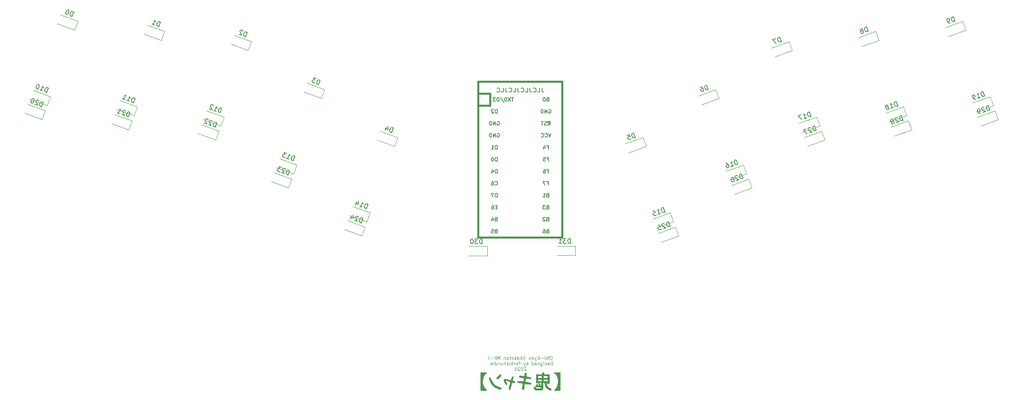
<source format=gbr>
G04 #@! TF.GenerationSoftware,KiCad,Pcbnew,(5.1.4)-1*
G04 #@! TF.CreationDate,2021-02-14T17:08:46-07:00*
G04 #@! TF.ProjectId,ONI-Kyan Shakotan,4f4e492d-4b79-4616-9e20-5368616b6f74,rev?*
G04 #@! TF.SameCoordinates,Original*
G04 #@! TF.FileFunction,Legend,Bot*
G04 #@! TF.FilePolarity,Positive*
%FSLAX46Y46*%
G04 Gerber Fmt 4.6, Leading zero omitted, Abs format (unit mm)*
G04 Created by KiCad (PCBNEW (5.1.4)-1) date 2021-02-14 17:08:46*
%MOMM*%
%LPD*%
G04 APERTURE LIST*
%ADD10C,0.125000*%
%ADD11C,0.175000*%
%ADD12C,0.381000*%
%ADD13C,0.150000*%
%ADD14C,0.010000*%
%ADD15C,0.120000*%
G04 APERTURE END LIST*
D10*
X149442265Y-131941666D02*
X149308932Y-131941666D01*
X149242265Y-131975000D01*
X149175599Y-132041666D01*
X149142265Y-132175000D01*
X149142265Y-132408333D01*
X149175599Y-132541666D01*
X149242265Y-132608333D01*
X149308932Y-132641666D01*
X149442265Y-132641666D01*
X149508932Y-132608333D01*
X149575599Y-132541666D01*
X149608932Y-132408333D01*
X149608932Y-132175000D01*
X149575599Y-132041666D01*
X149508932Y-131975000D01*
X149442265Y-131941666D01*
X148842265Y-132641666D02*
X148842265Y-131941666D01*
X148442265Y-132641666D01*
X148442265Y-131941666D01*
X148108932Y-132641666D02*
X148108932Y-131941666D01*
X147775599Y-132375000D02*
X147242265Y-132375000D01*
X146908932Y-132641666D02*
X146908932Y-131941666D01*
X146508932Y-132641666D02*
X146808932Y-132241666D01*
X146508932Y-131941666D02*
X146908932Y-132341666D01*
X146275599Y-132175000D02*
X146108932Y-132641666D01*
X145942265Y-132175000D02*
X146108932Y-132641666D01*
X146175599Y-132808333D01*
X146208932Y-132841666D01*
X146275599Y-132875000D01*
X145375599Y-132641666D02*
X145375599Y-132275000D01*
X145408932Y-132208333D01*
X145475599Y-132175000D01*
X145608932Y-132175000D01*
X145675599Y-132208333D01*
X145375599Y-132608333D02*
X145442265Y-132641666D01*
X145608932Y-132641666D01*
X145675599Y-132608333D01*
X145708932Y-132541666D01*
X145708932Y-132475000D01*
X145675599Y-132408333D01*
X145608932Y-132375000D01*
X145442265Y-132375000D01*
X145375599Y-132341666D01*
X145042265Y-132175000D02*
X145042265Y-132641666D01*
X145042265Y-132241666D02*
X145008932Y-132208333D01*
X144942265Y-132175000D01*
X144842265Y-132175000D01*
X144775599Y-132208333D01*
X144742265Y-132275000D01*
X144742265Y-132641666D01*
X143908932Y-132608333D02*
X143808932Y-132641666D01*
X143642265Y-132641666D01*
X143575599Y-132608333D01*
X143542265Y-132575000D01*
X143508932Y-132508333D01*
X143508932Y-132441666D01*
X143542265Y-132375000D01*
X143575599Y-132341666D01*
X143642265Y-132308333D01*
X143775599Y-132275000D01*
X143842265Y-132241666D01*
X143875599Y-132208333D01*
X143908932Y-132141666D01*
X143908932Y-132075000D01*
X143875599Y-132008333D01*
X143842265Y-131975000D01*
X143775599Y-131941666D01*
X143608932Y-131941666D01*
X143508932Y-131975000D01*
X143208932Y-132641666D02*
X143208932Y-131941666D01*
X142908932Y-132641666D02*
X142908932Y-132275000D01*
X142942265Y-132208333D01*
X143008932Y-132175000D01*
X143108932Y-132175000D01*
X143175599Y-132208333D01*
X143208932Y-132241666D01*
X142275599Y-132641666D02*
X142275599Y-132275000D01*
X142308932Y-132208333D01*
X142375599Y-132175000D01*
X142508932Y-132175000D01*
X142575599Y-132208333D01*
X142275599Y-132608333D02*
X142342265Y-132641666D01*
X142508932Y-132641666D01*
X142575599Y-132608333D01*
X142608932Y-132541666D01*
X142608932Y-132475000D01*
X142575599Y-132408333D01*
X142508932Y-132375000D01*
X142342265Y-132375000D01*
X142275599Y-132341666D01*
X141942265Y-132641666D02*
X141942265Y-131941666D01*
X141875599Y-132375000D02*
X141675599Y-132641666D01*
X141675599Y-132175000D02*
X141942265Y-132441666D01*
X141275599Y-132641666D02*
X141342265Y-132608333D01*
X141375599Y-132575000D01*
X141408932Y-132508333D01*
X141408932Y-132308333D01*
X141375599Y-132241666D01*
X141342265Y-132208333D01*
X141275599Y-132175000D01*
X141175599Y-132175000D01*
X141108932Y-132208333D01*
X141075599Y-132241666D01*
X141042265Y-132308333D01*
X141042265Y-132508333D01*
X141075599Y-132575000D01*
X141108932Y-132608333D01*
X141175599Y-132641666D01*
X141275599Y-132641666D01*
X140842265Y-132175000D02*
X140575599Y-132175000D01*
X140742265Y-131941666D02*
X140742265Y-132541666D01*
X140708932Y-132608333D01*
X140642265Y-132641666D01*
X140575599Y-132641666D01*
X140042265Y-132641666D02*
X140042265Y-132275000D01*
X140075599Y-132208333D01*
X140142265Y-132175000D01*
X140275599Y-132175000D01*
X140342265Y-132208333D01*
X140042265Y-132608333D02*
X140108932Y-132641666D01*
X140275599Y-132641666D01*
X140342265Y-132608333D01*
X140375599Y-132541666D01*
X140375599Y-132475000D01*
X140342265Y-132408333D01*
X140275599Y-132375000D01*
X140108932Y-132375000D01*
X140042265Y-132341666D01*
X139708932Y-132175000D02*
X139708932Y-132641666D01*
X139708932Y-132241666D02*
X139675599Y-132208333D01*
X139608932Y-132175000D01*
X139508932Y-132175000D01*
X139442265Y-132208333D01*
X139408932Y-132275000D01*
X139408932Y-132641666D01*
X138542265Y-132641666D02*
X138542265Y-131941666D01*
X138308932Y-132441666D01*
X138075599Y-131941666D01*
X138075599Y-132641666D01*
X137742265Y-132641666D02*
X137742265Y-131941666D01*
X137342265Y-132641666D02*
X137642265Y-132241666D01*
X137342265Y-131941666D02*
X137742265Y-132341666D01*
X137042265Y-132375000D02*
X136508932Y-132375000D01*
X136175599Y-132641666D02*
X136175599Y-131941666D01*
X149692265Y-133816666D02*
X149692265Y-133116666D01*
X149525599Y-133116666D01*
X149425599Y-133150000D01*
X149358932Y-133216666D01*
X149325599Y-133283333D01*
X149292265Y-133416666D01*
X149292265Y-133516666D01*
X149325599Y-133650000D01*
X149358932Y-133716666D01*
X149425599Y-133783333D01*
X149525599Y-133816666D01*
X149692265Y-133816666D01*
X148725599Y-133783333D02*
X148792265Y-133816666D01*
X148925599Y-133816666D01*
X148992265Y-133783333D01*
X149025599Y-133716666D01*
X149025599Y-133450000D01*
X148992265Y-133383333D01*
X148925599Y-133350000D01*
X148792265Y-133350000D01*
X148725599Y-133383333D01*
X148692265Y-133450000D01*
X148692265Y-133516666D01*
X149025599Y-133583333D01*
X148425599Y-133783333D02*
X148358932Y-133816666D01*
X148225599Y-133816666D01*
X148158932Y-133783333D01*
X148125599Y-133716666D01*
X148125599Y-133683333D01*
X148158932Y-133616666D01*
X148225599Y-133583333D01*
X148325599Y-133583333D01*
X148392265Y-133550000D01*
X148425599Y-133483333D01*
X148425599Y-133450000D01*
X148392265Y-133383333D01*
X148325599Y-133350000D01*
X148225599Y-133350000D01*
X148158932Y-133383333D01*
X147825599Y-133816666D02*
X147825599Y-133350000D01*
X147825599Y-133116666D02*
X147858932Y-133150000D01*
X147825599Y-133183333D01*
X147792265Y-133150000D01*
X147825599Y-133116666D01*
X147825599Y-133183333D01*
X147192265Y-133350000D02*
X147192265Y-133916666D01*
X147225599Y-133983333D01*
X147258932Y-134016666D01*
X147325599Y-134050000D01*
X147425599Y-134050000D01*
X147492265Y-134016666D01*
X147192265Y-133783333D02*
X147258932Y-133816666D01*
X147392265Y-133816666D01*
X147458932Y-133783333D01*
X147492265Y-133750000D01*
X147525599Y-133683333D01*
X147525599Y-133483333D01*
X147492265Y-133416666D01*
X147458932Y-133383333D01*
X147392265Y-133350000D01*
X147258932Y-133350000D01*
X147192265Y-133383333D01*
X146858932Y-133350000D02*
X146858932Y-133816666D01*
X146858932Y-133416666D02*
X146825599Y-133383333D01*
X146758932Y-133350000D01*
X146658932Y-133350000D01*
X146592265Y-133383333D01*
X146558932Y-133450000D01*
X146558932Y-133816666D01*
X145958932Y-133783333D02*
X146025599Y-133816666D01*
X146158932Y-133816666D01*
X146225599Y-133783333D01*
X146258932Y-133716666D01*
X146258932Y-133450000D01*
X146225599Y-133383333D01*
X146158932Y-133350000D01*
X146025599Y-133350000D01*
X145958932Y-133383333D01*
X145925599Y-133450000D01*
X145925599Y-133516666D01*
X146258932Y-133583333D01*
X145325599Y-133816666D02*
X145325599Y-133116666D01*
X145325599Y-133783333D02*
X145392265Y-133816666D01*
X145525599Y-133816666D01*
X145592265Y-133783333D01*
X145625599Y-133750000D01*
X145658932Y-133683333D01*
X145658932Y-133483333D01*
X145625599Y-133416666D01*
X145592265Y-133383333D01*
X145525599Y-133350000D01*
X145392265Y-133350000D01*
X145325599Y-133383333D01*
X144458932Y-133816666D02*
X144458932Y-133116666D01*
X144458932Y-133383333D02*
X144392265Y-133350000D01*
X144258932Y-133350000D01*
X144192265Y-133383333D01*
X144158932Y-133416666D01*
X144125599Y-133483333D01*
X144125599Y-133683333D01*
X144158932Y-133750000D01*
X144192265Y-133783333D01*
X144258932Y-133816666D01*
X144392265Y-133816666D01*
X144458932Y-133783333D01*
X143892265Y-133350000D02*
X143725599Y-133816666D01*
X143558932Y-133350000D02*
X143725599Y-133816666D01*
X143792265Y-133983333D01*
X143825599Y-134016666D01*
X143892265Y-134050000D01*
X142858932Y-133350000D02*
X142592265Y-133350000D01*
X142758932Y-133816666D02*
X142758932Y-133216666D01*
X142725599Y-133150000D01*
X142658932Y-133116666D01*
X142592265Y-133116666D01*
X142258932Y-133816666D02*
X142325599Y-133783333D01*
X142358932Y-133750000D01*
X142392265Y-133683333D01*
X142392265Y-133483333D01*
X142358932Y-133416666D01*
X142325599Y-133383333D01*
X142258932Y-133350000D01*
X142158932Y-133350000D01*
X142092265Y-133383333D01*
X142058932Y-133416666D01*
X142025599Y-133483333D01*
X142025599Y-133683333D01*
X142058932Y-133750000D01*
X142092265Y-133783333D01*
X142158932Y-133816666D01*
X142258932Y-133816666D01*
X141725599Y-133816666D02*
X141725599Y-133350000D01*
X141725599Y-133483333D02*
X141692265Y-133416666D01*
X141658932Y-133383333D01*
X141592265Y-133350000D01*
X141525599Y-133350000D01*
X141292265Y-133816666D02*
X141292265Y-133116666D01*
X141292265Y-133383333D02*
X141225599Y-133350000D01*
X141092265Y-133350000D01*
X141025599Y-133383333D01*
X140992265Y-133416666D01*
X140958932Y-133483333D01*
X140958932Y-133683333D01*
X140992265Y-133750000D01*
X141025599Y-133783333D01*
X141092265Y-133816666D01*
X141225599Y-133816666D01*
X141292265Y-133783333D01*
X140658932Y-133816666D02*
X140658932Y-133350000D01*
X140658932Y-133116666D02*
X140692265Y-133150000D01*
X140658932Y-133183333D01*
X140625599Y-133150000D01*
X140658932Y-133116666D01*
X140658932Y-133183333D01*
X140058932Y-133783333D02*
X140125599Y-133816666D01*
X140258932Y-133816666D01*
X140325599Y-133783333D01*
X140358932Y-133716666D01*
X140358932Y-133450000D01*
X140325599Y-133383333D01*
X140258932Y-133350000D01*
X140125599Y-133350000D01*
X140058932Y-133383333D01*
X140025599Y-133450000D01*
X140025599Y-133516666D01*
X140358932Y-133583333D01*
X139725599Y-133816666D02*
X139725599Y-133116666D01*
X139425599Y-133816666D02*
X139425599Y-133450000D01*
X139458932Y-133383333D01*
X139525599Y-133350000D01*
X139625599Y-133350000D01*
X139692265Y-133383333D01*
X139725599Y-133416666D01*
X138792265Y-133350000D02*
X138792265Y-133816666D01*
X139092265Y-133350000D02*
X139092265Y-133716666D01*
X139058932Y-133783333D01*
X138992265Y-133816666D01*
X138892265Y-133816666D01*
X138825599Y-133783333D01*
X138792265Y-133750000D01*
X138458932Y-133350000D02*
X138458932Y-133816666D01*
X138458932Y-133416666D02*
X138425599Y-133383333D01*
X138358932Y-133350000D01*
X138258932Y-133350000D01*
X138192265Y-133383333D01*
X138158932Y-133450000D01*
X138158932Y-133816666D01*
X137525599Y-133816666D02*
X137525599Y-133116666D01*
X137525599Y-133783333D02*
X137592265Y-133816666D01*
X137725599Y-133816666D01*
X137792265Y-133783333D01*
X137825599Y-133750000D01*
X137858932Y-133683333D01*
X137858932Y-133483333D01*
X137825599Y-133416666D01*
X137792265Y-133383333D01*
X137725599Y-133350000D01*
X137592265Y-133350000D01*
X137525599Y-133383333D01*
X137192265Y-133816666D02*
X137192265Y-133350000D01*
X137192265Y-133116666D02*
X137225599Y-133150000D01*
X137192265Y-133183333D01*
X137158932Y-133150000D01*
X137192265Y-133116666D01*
X137192265Y-133183333D01*
X136592265Y-133783333D02*
X136658932Y-133816666D01*
X136792265Y-133816666D01*
X136858932Y-133783333D01*
X136892265Y-133716666D01*
X136892265Y-133450000D01*
X136858932Y-133383333D01*
X136792265Y-133350000D01*
X136658932Y-133350000D01*
X136592265Y-133383333D01*
X136558932Y-133450000D01*
X136558932Y-133516666D01*
X136892265Y-133583333D01*
X144075599Y-134358333D02*
X144042265Y-134325000D01*
X143975599Y-134291666D01*
X143808932Y-134291666D01*
X143742265Y-134325000D01*
X143708932Y-134358333D01*
X143675599Y-134425000D01*
X143675599Y-134491666D01*
X143708932Y-134591666D01*
X144108932Y-134991666D01*
X143675599Y-134991666D01*
X143242265Y-134291666D02*
X143175599Y-134291666D01*
X143108932Y-134325000D01*
X143075599Y-134358333D01*
X143042265Y-134425000D01*
X143008932Y-134558333D01*
X143008932Y-134725000D01*
X143042265Y-134858333D01*
X143075599Y-134925000D01*
X143108932Y-134958333D01*
X143175599Y-134991666D01*
X143242265Y-134991666D01*
X143308932Y-134958333D01*
X143342265Y-134925000D01*
X143375599Y-134858333D01*
X143408932Y-134725000D01*
X143408932Y-134558333D01*
X143375599Y-134425000D01*
X143342265Y-134358333D01*
X143308932Y-134325000D01*
X143242265Y-134291666D01*
X142742265Y-134358333D02*
X142708932Y-134325000D01*
X142642265Y-134291666D01*
X142475599Y-134291666D01*
X142408932Y-134325000D01*
X142375599Y-134358333D01*
X142342265Y-134425000D01*
X142342265Y-134491666D01*
X142375599Y-134591666D01*
X142775599Y-134991666D01*
X142342265Y-134991666D01*
X141675599Y-134991666D02*
X142075599Y-134991666D01*
X141875599Y-134991666D02*
X141875599Y-134291666D01*
X141942265Y-134391666D01*
X142008932Y-134458333D01*
X142075599Y-134491666D01*
D11*
X147494048Y-75136296D02*
X147494048Y-75743439D01*
X147541667Y-75864868D01*
X147636905Y-75945820D01*
X147779762Y-75986296D01*
X147875001Y-75986296D01*
X146541667Y-75986296D02*
X147017858Y-75986296D01*
X147017858Y-75136296D01*
X145636905Y-75905344D02*
X145684524Y-75945820D01*
X145827381Y-75986296D01*
X145922620Y-75986296D01*
X146065477Y-75945820D01*
X146160715Y-75864868D01*
X146208334Y-75783915D01*
X146255953Y-75622011D01*
X146255953Y-75500582D01*
X146208334Y-75338677D01*
X146160715Y-75257725D01*
X146065477Y-75176773D01*
X145922620Y-75136296D01*
X145827381Y-75136296D01*
X145684524Y-75176773D01*
X145636905Y-75217249D01*
X144922620Y-75136296D02*
X144922620Y-75743439D01*
X144970239Y-75864868D01*
X145065477Y-75945820D01*
X145208334Y-75986296D01*
X145303572Y-75986296D01*
X143970239Y-75986296D02*
X144446429Y-75986296D01*
X144446429Y-75136296D01*
X143065477Y-75905344D02*
X143113096Y-75945820D01*
X143255953Y-75986296D01*
X143351191Y-75986296D01*
X143494048Y-75945820D01*
X143589286Y-75864868D01*
X143636905Y-75783915D01*
X143684524Y-75622011D01*
X143684524Y-75500582D01*
X143636905Y-75338677D01*
X143589286Y-75257725D01*
X143494048Y-75176773D01*
X143351191Y-75136296D01*
X143255953Y-75136296D01*
X143113096Y-75176773D01*
X143065477Y-75217249D01*
X142351191Y-75136296D02*
X142351191Y-75743439D01*
X142398810Y-75864868D01*
X142494048Y-75945820D01*
X142636905Y-75986296D01*
X142732143Y-75986296D01*
X141398810Y-75986296D02*
X141875001Y-75986296D01*
X141875001Y-75136296D01*
X140494048Y-75905344D02*
X140541667Y-75945820D01*
X140684524Y-75986296D01*
X140779762Y-75986296D01*
X140922620Y-75945820D01*
X141017858Y-75864868D01*
X141065477Y-75783915D01*
X141113096Y-75622011D01*
X141113096Y-75500582D01*
X141065477Y-75338677D01*
X141017858Y-75257725D01*
X140922620Y-75176773D01*
X140779762Y-75136296D01*
X140684524Y-75136296D01*
X140541667Y-75176773D01*
X140494048Y-75217249D01*
X139779762Y-75136296D02*
X139779762Y-75743439D01*
X139827381Y-75864868D01*
X139922620Y-75945820D01*
X140065477Y-75986296D01*
X140160715Y-75986296D01*
X138827381Y-75986296D02*
X139303572Y-75986296D01*
X139303572Y-75136296D01*
X137922620Y-75905344D02*
X137970239Y-75945820D01*
X138113096Y-75986296D01*
X138208334Y-75986296D01*
X138351191Y-75945820D01*
X138446429Y-75864868D01*
X138494048Y-75783915D01*
X138541667Y-75622011D01*
X138541667Y-75500582D01*
X138494048Y-75338677D01*
X138446429Y-75257725D01*
X138351191Y-75176773D01*
X138208334Y-75136296D01*
X138113096Y-75136296D01*
X137970239Y-75176773D01*
X137922620Y-75217249D01*
D12*
X136525000Y-78839272D02*
X133985000Y-78839272D01*
X136525000Y-76299272D02*
X136525000Y-78839272D01*
D13*
G36*
X148919635Y-82588302D02*
G01*
X148919635Y-82688302D01*
X149019635Y-82688302D01*
X149019635Y-82588302D01*
X148919635Y-82588302D01*
G37*
X148919635Y-82588302D02*
X148919635Y-82688302D01*
X149019635Y-82688302D01*
X149019635Y-82588302D01*
X148919635Y-82588302D01*
G36*
X149119635Y-82188302D02*
G01*
X149119635Y-82988302D01*
X149219635Y-82988302D01*
X149219635Y-82188302D01*
X149119635Y-82188302D01*
G37*
X149119635Y-82188302D02*
X149119635Y-82988302D01*
X149219635Y-82988302D01*
X149219635Y-82188302D01*
X149119635Y-82188302D01*
G36*
X148719635Y-82788302D02*
G01*
X148719635Y-82988302D01*
X148819635Y-82988302D01*
X148819635Y-82788302D01*
X148719635Y-82788302D01*
G37*
X148719635Y-82788302D02*
X148719635Y-82988302D01*
X148819635Y-82988302D01*
X148819635Y-82788302D01*
X148719635Y-82788302D01*
G36*
X148719635Y-82188302D02*
G01*
X148719635Y-82488302D01*
X148819635Y-82488302D01*
X148819635Y-82188302D01*
X148719635Y-82188302D01*
G37*
X148719635Y-82188302D02*
X148719635Y-82488302D01*
X148819635Y-82488302D01*
X148819635Y-82188302D01*
X148719635Y-82188302D01*
G36*
X148719635Y-82188302D02*
G01*
X148719635Y-82288302D01*
X149219635Y-82288302D01*
X149219635Y-82188302D01*
X148719635Y-82188302D01*
G37*
X148719635Y-82188302D02*
X148719635Y-82288302D01*
X149219635Y-82288302D01*
X149219635Y-82188302D01*
X148719635Y-82188302D01*
D12*
X151765000Y-106779272D02*
X151765000Y-73759272D01*
X133985000Y-106779272D02*
X151765000Y-106779272D01*
X133985000Y-73759272D02*
X133985000Y-106779272D01*
X151765000Y-73759272D02*
X133985000Y-73759272D01*
X136525000Y-76299272D02*
X133985000Y-76299272D01*
D14*
G36*
X150270601Y-135669959D02*
G01*
X150621744Y-136152061D01*
X150827746Y-136712601D01*
X150882335Y-137215125D01*
X150849325Y-137752588D01*
X150736239Y-138181112D01*
X150526968Y-138548542D01*
X150370239Y-138736291D01*
X150190833Y-138939537D01*
X150070198Y-139092692D01*
X150038000Y-139150760D01*
X150115755Y-139176588D01*
X150321433Y-139195694D01*
X150613656Y-139204556D01*
X150673000Y-139204792D01*
X151308000Y-139204792D01*
X151308000Y-135394792D01*
X150004782Y-135394792D01*
X150270601Y-135669959D01*
X150270601Y-135669959D01*
G37*
X150270601Y-135669959D02*
X150621744Y-136152061D01*
X150827746Y-136712601D01*
X150882335Y-137215125D01*
X150849325Y-137752588D01*
X150736239Y-138181112D01*
X150526968Y-138548542D01*
X150370239Y-138736291D01*
X150190833Y-138939537D01*
X150070198Y-139092692D01*
X150038000Y-139150760D01*
X150115755Y-139176588D01*
X150321433Y-139195694D01*
X150613656Y-139204556D01*
X150673000Y-139204792D01*
X151308000Y-139204792D01*
X151308000Y-135394792D01*
X150004782Y-135394792D01*
X150270601Y-135669959D01*
G36*
X147606372Y-135390245D02*
G01*
X147477177Y-135452837D01*
X147495860Y-135558723D01*
X147499242Y-135564125D01*
X147560958Y-135684320D01*
X147543791Y-135759407D01*
X147423452Y-135799774D01*
X147175647Y-135815811D01*
X146905333Y-135818125D01*
X146228000Y-135818125D01*
X146228000Y-137589754D01*
X147328666Y-137486972D01*
X147328666Y-137880215D01*
X147306219Y-138136605D01*
X147250758Y-138258130D01*
X147180103Y-138234376D01*
X147112074Y-138054930D01*
X147102844Y-138012182D01*
X147031397Y-137814824D01*
X146932609Y-137705635D01*
X146931976Y-137705389D01*
X146795772Y-137690383D01*
X146767413Y-137797224D01*
X146816202Y-137965383D01*
X146861374Y-138124798D01*
X146806516Y-138182229D01*
X146699497Y-138188792D01*
X146553475Y-138160017D01*
X146535342Y-138048302D01*
X146542134Y-138019459D01*
X146545254Y-137877094D01*
X146471428Y-137849202D01*
X146355738Y-137923276D01*
X146233267Y-138086808D01*
X146206168Y-138139223D01*
X146070546Y-138345068D01*
X145916819Y-138474510D01*
X145894153Y-138483595D01*
X145745219Y-138590070D01*
X145747770Y-138755606D01*
X145889333Y-138950792D01*
X146006657Y-139039361D01*
X146168100Y-139091184D01*
X146417546Y-139115111D01*
X146729075Y-139120125D01*
X147137651Y-139118017D01*
X147406270Y-139093748D01*
X147564239Y-139020404D01*
X147640868Y-138871070D01*
X147648883Y-138788877D01*
X147328666Y-138788877D01*
X146715731Y-138764001D01*
X146391774Y-138744764D01*
X146200582Y-138712704D01*
X146105603Y-138657293D01*
X146072144Y-138578605D01*
X146082851Y-138462499D01*
X146166762Y-138466155D01*
X146321702Y-138465762D01*
X146370887Y-138435371D01*
X146505366Y-138407608D01*
X146756920Y-138450676D01*
X146842511Y-138474723D01*
X147080717Y-138539984D01*
X147204405Y-138547382D01*
X147258963Y-138494767D01*
X147272152Y-138454360D01*
X147300277Y-138424389D01*
X147318292Y-138540370D01*
X147318845Y-138552334D01*
X147328666Y-138788877D01*
X147648883Y-138788877D01*
X147665465Y-138618833D01*
X147667333Y-138258511D01*
X147669297Y-137898977D01*
X147680638Y-137677366D01*
X147709532Y-137562272D01*
X147764155Y-137522289D01*
X147852684Y-137526011D01*
X147857833Y-137526737D01*
X147982796Y-137574731D01*
X148053797Y-137703644D01*
X148094551Y-137934792D01*
X148205358Y-138385816D01*
X148425967Y-138724939D01*
X148775973Y-138975365D01*
X149079001Y-139100505D01*
X149272574Y-139149626D01*
X149367862Y-139116655D01*
X149396501Y-139064197D01*
X149434088Y-138946074D01*
X149407139Y-138871289D01*
X149281922Y-138801002D01*
X149105081Y-138728612D01*
X148730148Y-138509162D01*
X148504452Y-138211380D01*
X148429333Y-137838707D01*
X148456244Y-137617861D01*
X148522304Y-137514591D01*
X148605506Y-137548627D01*
X148652715Y-137638459D01*
X148768177Y-137745541D01*
X148861725Y-137765459D01*
X148930712Y-137753028D01*
X148976518Y-137696744D01*
X149003832Y-137568118D01*
X149017344Y-137338663D01*
X149020934Y-137045792D01*
X148683333Y-137045792D01*
X148671245Y-137167018D01*
X148607357Y-137230139D01*
X148450229Y-137253991D01*
X148217666Y-137257459D01*
X147950969Y-137251964D01*
X147812103Y-137222924D01*
X147759629Y-137151502D01*
X147752000Y-137045792D01*
X147413333Y-137045792D01*
X147399608Y-137171414D01*
X147329563Y-137234084D01*
X147159893Y-137255453D01*
X146990000Y-137257459D01*
X146738756Y-137250596D01*
X146613416Y-137215573D01*
X146570677Y-137130739D01*
X146566666Y-137045792D01*
X146580392Y-136920170D01*
X146650437Y-136857500D01*
X146820106Y-136836130D01*
X146990000Y-136834125D01*
X147241244Y-136840988D01*
X147366584Y-136876010D01*
X147409323Y-136960845D01*
X147413333Y-137045792D01*
X147752000Y-137045792D01*
X147764088Y-136924566D01*
X147827976Y-136861445D01*
X147985104Y-136837593D01*
X148217666Y-136834125D01*
X148484364Y-136839620D01*
X148623230Y-136868660D01*
X148675704Y-136940081D01*
X148683333Y-137045792D01*
X149020934Y-137045792D01*
X149021742Y-136979891D01*
X149022000Y-136791792D01*
X149022000Y-136269681D01*
X148683333Y-136269681D01*
X148665084Y-136441111D01*
X148584944Y-136534857D01*
X148404823Y-136573566D01*
X148161222Y-136580125D01*
X147915976Y-136574042D01*
X147795631Y-136537419D01*
X147755780Y-136442692D01*
X147752000Y-136326125D01*
X147413333Y-136326125D01*
X147404084Y-136476487D01*
X147347217Y-136551467D01*
X147199052Y-136577273D01*
X146990000Y-136580125D01*
X146739397Y-136574576D01*
X146614430Y-136540456D01*
X146571420Y-136451557D01*
X146566666Y-136326125D01*
X146575915Y-136175763D01*
X146632782Y-136100783D01*
X146780947Y-136074977D01*
X146990000Y-136072125D01*
X147240603Y-136077674D01*
X147365569Y-136111795D01*
X147408580Y-136200694D01*
X147413333Y-136326125D01*
X147752000Y-136326125D01*
X147759819Y-136180918D01*
X147811064Y-136105338D01*
X147947413Y-136076652D01*
X148210545Y-136072125D01*
X148217666Y-136072125D01*
X148484816Y-136078136D01*
X148623951Y-136107823D01*
X148676274Y-136178666D01*
X148683333Y-136269681D01*
X149022000Y-136269681D01*
X149022000Y-135818125D01*
X148509913Y-135818125D01*
X148222581Y-135812202D01*
X148056205Y-135781983D01*
X147962501Y-135708797D01*
X147896079Y-135580745D01*
X147792261Y-135413648D01*
X147656474Y-135380415D01*
X147606372Y-135390245D01*
X147606372Y-135390245D01*
G37*
X147606372Y-135390245D02*
X147477177Y-135452837D01*
X147495860Y-135558723D01*
X147499242Y-135564125D01*
X147560958Y-135684320D01*
X147543791Y-135759407D01*
X147423452Y-135799774D01*
X147175647Y-135815811D01*
X146905333Y-135818125D01*
X146228000Y-135818125D01*
X146228000Y-137589754D01*
X147328666Y-137486972D01*
X147328666Y-137880215D01*
X147306219Y-138136605D01*
X147250758Y-138258130D01*
X147180103Y-138234376D01*
X147112074Y-138054930D01*
X147102844Y-138012182D01*
X147031397Y-137814824D01*
X146932609Y-137705635D01*
X146931976Y-137705389D01*
X146795772Y-137690383D01*
X146767413Y-137797224D01*
X146816202Y-137965383D01*
X146861374Y-138124798D01*
X146806516Y-138182229D01*
X146699497Y-138188792D01*
X146553475Y-138160017D01*
X146535342Y-138048302D01*
X146542134Y-138019459D01*
X146545254Y-137877094D01*
X146471428Y-137849202D01*
X146355738Y-137923276D01*
X146233267Y-138086808D01*
X146206168Y-138139223D01*
X146070546Y-138345068D01*
X145916819Y-138474510D01*
X145894153Y-138483595D01*
X145745219Y-138590070D01*
X145747770Y-138755606D01*
X145889333Y-138950792D01*
X146006657Y-139039361D01*
X146168100Y-139091184D01*
X146417546Y-139115111D01*
X146729075Y-139120125D01*
X147137651Y-139118017D01*
X147406270Y-139093748D01*
X147564239Y-139020404D01*
X147640868Y-138871070D01*
X147648883Y-138788877D01*
X147328666Y-138788877D01*
X146715731Y-138764001D01*
X146391774Y-138744764D01*
X146200582Y-138712704D01*
X146105603Y-138657293D01*
X146072144Y-138578605D01*
X146082851Y-138462499D01*
X146166762Y-138466155D01*
X146321702Y-138465762D01*
X146370887Y-138435371D01*
X146505366Y-138407608D01*
X146756920Y-138450676D01*
X146842511Y-138474723D01*
X147080717Y-138539984D01*
X147204405Y-138547382D01*
X147258963Y-138494767D01*
X147272152Y-138454360D01*
X147300277Y-138424389D01*
X147318292Y-138540370D01*
X147318845Y-138552334D01*
X147328666Y-138788877D01*
X147648883Y-138788877D01*
X147665465Y-138618833D01*
X147667333Y-138258511D01*
X147669297Y-137898977D01*
X147680638Y-137677366D01*
X147709532Y-137562272D01*
X147764155Y-137522289D01*
X147852684Y-137526011D01*
X147857833Y-137526737D01*
X147982796Y-137574731D01*
X148053797Y-137703644D01*
X148094551Y-137934792D01*
X148205358Y-138385816D01*
X148425967Y-138724939D01*
X148775973Y-138975365D01*
X149079001Y-139100505D01*
X149272574Y-139149626D01*
X149367862Y-139116655D01*
X149396501Y-139064197D01*
X149434088Y-138946074D01*
X149407139Y-138871289D01*
X149281922Y-138801002D01*
X149105081Y-138728612D01*
X148730148Y-138509162D01*
X148504452Y-138211380D01*
X148429333Y-137838707D01*
X148456244Y-137617861D01*
X148522304Y-137514591D01*
X148605506Y-137548627D01*
X148652715Y-137638459D01*
X148768177Y-137745541D01*
X148861725Y-137765459D01*
X148930712Y-137753028D01*
X148976518Y-137696744D01*
X149003832Y-137568118D01*
X149017344Y-137338663D01*
X149020934Y-137045792D01*
X148683333Y-137045792D01*
X148671245Y-137167018D01*
X148607357Y-137230139D01*
X148450229Y-137253991D01*
X148217666Y-137257459D01*
X147950969Y-137251964D01*
X147812103Y-137222924D01*
X147759629Y-137151502D01*
X147752000Y-137045792D01*
X147413333Y-137045792D01*
X147399608Y-137171414D01*
X147329563Y-137234084D01*
X147159893Y-137255453D01*
X146990000Y-137257459D01*
X146738756Y-137250596D01*
X146613416Y-137215573D01*
X146570677Y-137130739D01*
X146566666Y-137045792D01*
X146580392Y-136920170D01*
X146650437Y-136857500D01*
X146820106Y-136836130D01*
X146990000Y-136834125D01*
X147241244Y-136840988D01*
X147366584Y-136876010D01*
X147409323Y-136960845D01*
X147413333Y-137045792D01*
X147752000Y-137045792D01*
X147764088Y-136924566D01*
X147827976Y-136861445D01*
X147985104Y-136837593D01*
X148217666Y-136834125D01*
X148484364Y-136839620D01*
X148623230Y-136868660D01*
X148675704Y-136940081D01*
X148683333Y-137045792D01*
X149020934Y-137045792D01*
X149021742Y-136979891D01*
X149022000Y-136791792D01*
X149022000Y-136269681D01*
X148683333Y-136269681D01*
X148665084Y-136441111D01*
X148584944Y-136534857D01*
X148404823Y-136573566D01*
X148161222Y-136580125D01*
X147915976Y-136574042D01*
X147795631Y-136537419D01*
X147755780Y-136442692D01*
X147752000Y-136326125D01*
X147413333Y-136326125D01*
X147404084Y-136476487D01*
X147347217Y-136551467D01*
X147199052Y-136577273D01*
X146990000Y-136580125D01*
X146739397Y-136574576D01*
X146614430Y-136540456D01*
X146571420Y-136451557D01*
X146566666Y-136326125D01*
X146575915Y-136175763D01*
X146632782Y-136100783D01*
X146780947Y-136074977D01*
X146990000Y-136072125D01*
X147240603Y-136077674D01*
X147365569Y-136111795D01*
X147408580Y-136200694D01*
X147413333Y-136326125D01*
X147752000Y-136326125D01*
X147759819Y-136180918D01*
X147811064Y-136105338D01*
X147947413Y-136076652D01*
X148210545Y-136072125D01*
X148217666Y-136072125D01*
X148484816Y-136078136D01*
X148623951Y-136107823D01*
X148676274Y-136178666D01*
X148683333Y-136269681D01*
X149022000Y-136269681D01*
X149022000Y-135818125D01*
X148509913Y-135818125D01*
X148222581Y-135812202D01*
X148056205Y-135781983D01*
X147962501Y-135708797D01*
X147896079Y-135580745D01*
X147792261Y-135413648D01*
X147656474Y-135380415D01*
X147606372Y-135390245D01*
G36*
X134459333Y-139204792D02*
G01*
X135094333Y-139204792D01*
X135397854Y-139196032D01*
X135622385Y-139172862D01*
X135726557Y-139139941D01*
X135729333Y-139133247D01*
X135672611Y-139029676D01*
X135551225Y-138900517D01*
X135402708Y-138731387D01*
X135228873Y-138486002D01*
X135150130Y-138358833D01*
X135032229Y-138131438D01*
X134964233Y-137910793D01*
X134933257Y-137635949D01*
X134926389Y-137300397D01*
X134957225Y-136773860D01*
X135063419Y-136354570D01*
X135263512Y-135990258D01*
X135486305Y-135721713D01*
X135636421Y-135553837D01*
X135721849Y-135444393D01*
X135729333Y-135428171D01*
X135651570Y-135412215D01*
X135445871Y-135400411D01*
X135153623Y-135394937D01*
X135094333Y-135394792D01*
X134459333Y-135394792D01*
X134459333Y-139204792D01*
X134459333Y-139204792D01*
G37*
X134459333Y-139204792D02*
X135094333Y-139204792D01*
X135397854Y-139196032D01*
X135622385Y-139172862D01*
X135726557Y-139139941D01*
X135729333Y-139133247D01*
X135672611Y-139029676D01*
X135551225Y-138900517D01*
X135402708Y-138731387D01*
X135228873Y-138486002D01*
X135150130Y-138358833D01*
X135032229Y-138131438D01*
X134964233Y-137910793D01*
X134933257Y-137635949D01*
X134926389Y-137300397D01*
X134957225Y-136773860D01*
X135063419Y-136354570D01*
X135263512Y-135990258D01*
X135486305Y-135721713D01*
X135636421Y-135553837D01*
X135721849Y-135444393D01*
X135729333Y-135428171D01*
X135651570Y-135412215D01*
X135445871Y-135400411D01*
X135153623Y-135394937D01*
X135094333Y-135394792D01*
X134459333Y-135394792D01*
X134459333Y-139204792D01*
G36*
X143873008Y-135548937D02*
G01*
X143786610Y-135760893D01*
X143772666Y-135958789D01*
X143765413Y-136072325D01*
X143718036Y-136130511D01*
X143592114Y-136144336D01*
X143349224Y-136124790D01*
X143234670Y-136112655D01*
X142935942Y-136086903D01*
X142763059Y-136094231D01*
X142674670Y-136140902D01*
X142640010Y-136202701D01*
X142605957Y-136294642D01*
X142614421Y-136350682D01*
X142698285Y-136387869D01*
X142890429Y-136423252D01*
X143137666Y-136460723D01*
X143417975Y-136508681D01*
X143567288Y-136558637D01*
X143622738Y-136632734D01*
X143621874Y-136749459D01*
X143581300Y-137055922D01*
X143528813Y-137226269D01*
X143438306Y-137293117D01*
X143283671Y-137289086D01*
X143200900Y-137275444D01*
X142760689Y-137219878D01*
X142453988Y-137230315D01*
X142290477Y-137305935D01*
X142267294Y-137354456D01*
X142284232Y-137438394D01*
X142396858Y-137495492D01*
X142637269Y-137539225D01*
X142736508Y-137551452D01*
X143088025Y-137598459D01*
X143298741Y-137661318D01*
X143396335Y-137772909D01*
X143408481Y-137966110D01*
X143362855Y-138273798D01*
X143359722Y-138291811D01*
X143300437Y-138645198D01*
X143274669Y-138864157D01*
X143285228Y-138980788D01*
X143334925Y-139027188D01*
X143424821Y-139035459D01*
X143575012Y-138960516D01*
X143631754Y-138844959D01*
X143669602Y-138651746D01*
X143714253Y-138370228D01*
X143737602Y-138201703D01*
X143796672Y-137748947D01*
X144271503Y-137813666D01*
X144673431Y-137863547D01*
X144937926Y-137880961D01*
X145094111Y-137863982D01*
X145171108Y-137810683D01*
X145193094Y-137752715D01*
X145176629Y-137673739D01*
X145070927Y-137611534D01*
X144846612Y-137554022D01*
X144602752Y-137509999D01*
X144295704Y-137455981D01*
X144057662Y-137408714D01*
X143934785Y-137377452D01*
X143929721Y-137375073D01*
X143920025Y-137287671D01*
X143938444Y-137101357D01*
X143974383Y-136882066D01*
X144017247Y-136695733D01*
X144052473Y-136611196D01*
X144137378Y-136616161D01*
X144338781Y-136645926D01*
X144525906Y-136678369D01*
X144809708Y-136719400D01*
X144972078Y-136710449D01*
X145053776Y-136649715D01*
X145114722Y-136520767D01*
X145072463Y-136443628D01*
X144900399Y-136392280D01*
X144767500Y-136369716D01*
X144433232Y-136314456D01*
X144235389Y-136259817D01*
X144143145Y-136179939D01*
X144125675Y-136048963D01*
X144150494Y-135852100D01*
X144176820Y-135621043D01*
X144155238Y-135511750D01*
X144072836Y-135480303D01*
X144040913Y-135479458D01*
X143873008Y-135548937D01*
X143873008Y-135548937D01*
G37*
X143873008Y-135548937D02*
X143786610Y-135760893D01*
X143772666Y-135958789D01*
X143765413Y-136072325D01*
X143718036Y-136130511D01*
X143592114Y-136144336D01*
X143349224Y-136124790D01*
X143234670Y-136112655D01*
X142935942Y-136086903D01*
X142763059Y-136094231D01*
X142674670Y-136140902D01*
X142640010Y-136202701D01*
X142605957Y-136294642D01*
X142614421Y-136350682D01*
X142698285Y-136387869D01*
X142890429Y-136423252D01*
X143137666Y-136460723D01*
X143417975Y-136508681D01*
X143567288Y-136558637D01*
X143622738Y-136632734D01*
X143621874Y-136749459D01*
X143581300Y-137055922D01*
X143528813Y-137226269D01*
X143438306Y-137293117D01*
X143283671Y-137289086D01*
X143200900Y-137275444D01*
X142760689Y-137219878D01*
X142453988Y-137230315D01*
X142290477Y-137305935D01*
X142267294Y-137354456D01*
X142284232Y-137438394D01*
X142396858Y-137495492D01*
X142637269Y-137539225D01*
X142736508Y-137551452D01*
X143088025Y-137598459D01*
X143298741Y-137661318D01*
X143396335Y-137772909D01*
X143408481Y-137966110D01*
X143362855Y-138273798D01*
X143359722Y-138291811D01*
X143300437Y-138645198D01*
X143274669Y-138864157D01*
X143285228Y-138980788D01*
X143334925Y-139027188D01*
X143424821Y-139035459D01*
X143575012Y-138960516D01*
X143631754Y-138844959D01*
X143669602Y-138651746D01*
X143714253Y-138370228D01*
X143737602Y-138201703D01*
X143796672Y-137748947D01*
X144271503Y-137813666D01*
X144673431Y-137863547D01*
X144937926Y-137880961D01*
X145094111Y-137863982D01*
X145171108Y-137810683D01*
X145193094Y-137752715D01*
X145176629Y-137673739D01*
X145070927Y-137611534D01*
X144846612Y-137554022D01*
X144602752Y-137509999D01*
X144295704Y-137455981D01*
X144057662Y-137408714D01*
X143934785Y-137377452D01*
X143929721Y-137375073D01*
X143920025Y-137287671D01*
X143938444Y-137101357D01*
X143974383Y-136882066D01*
X144017247Y-136695733D01*
X144052473Y-136611196D01*
X144137378Y-136616161D01*
X144338781Y-136645926D01*
X144525906Y-136678369D01*
X144809708Y-136719400D01*
X144972078Y-136710449D01*
X145053776Y-136649715D01*
X145114722Y-136520767D01*
X145072463Y-136443628D01*
X144900399Y-136392280D01*
X144767500Y-136369716D01*
X144433232Y-136314456D01*
X144235389Y-136259817D01*
X144143145Y-136179939D01*
X144125675Y-136048963D01*
X144150494Y-135852100D01*
X144176820Y-135621043D01*
X144155238Y-135511750D01*
X144072836Y-135480303D01*
X144040913Y-135479458D01*
X143873008Y-135548937D01*
G36*
X141273880Y-136254244D02*
G01*
X141143833Y-136361541D01*
X141026861Y-136618165D01*
X141007841Y-136679766D01*
X140892487Y-137075740D01*
X140322013Y-136912599D01*
X140015353Y-136830372D01*
X139760237Y-136771753D01*
X139612161Y-136749459D01*
X139462227Y-136812568D01*
X139423155Y-136997211D01*
X139495597Y-137296361D01*
X139548907Y-137430282D01*
X139723704Y-137777528D01*
X139879708Y-137965746D01*
X140013596Y-137991423D01*
X140053169Y-137962822D01*
X140067063Y-137830895D01*
X139968027Y-137582299D01*
X139915342Y-137483811D01*
X139793945Y-137254706D01*
X139755553Y-137135415D01*
X139793682Y-137091992D01*
X139839772Y-137088125D01*
X140021803Y-137112190D01*
X140273129Y-137171520D01*
X140525111Y-137246820D01*
X140709110Y-137318793D01*
X140750535Y-137344167D01*
X140759809Y-137445768D01*
X140729928Y-137672673D01*
X140666916Y-137986996D01*
X140611389Y-138218894D01*
X140519094Y-138591031D01*
X140468789Y-138829219D01*
X140458338Y-138962994D01*
X140485605Y-139021890D01*
X140548452Y-139035441D01*
X140552320Y-139035459D01*
X140636390Y-138997508D01*
X140716724Y-138866421D01*
X140805283Y-138616341D01*
X140894981Y-138294625D01*
X140986867Y-137959340D01*
X141068551Y-137687938D01*
X141127409Y-137521268D01*
X141143262Y-137491111D01*
X141253394Y-137469001D01*
X141447629Y-137500388D01*
X141462797Y-137504613D01*
X141661952Y-137540821D01*
X141758686Y-137491998D01*
X141775265Y-137458750D01*
X141739448Y-137350172D01*
X141593004Y-137246194D01*
X141392089Y-137180694D01*
X141301238Y-137172792D01*
X141253916Y-137129959D01*
X141253946Y-136986504D01*
X141303377Y-136719990D01*
X141366856Y-136454622D01*
X141390619Y-136292571D01*
X141332107Y-136247249D01*
X141273880Y-136254244D01*
X141273880Y-136254244D01*
G37*
X141273880Y-136254244D02*
X141143833Y-136361541D01*
X141026861Y-136618165D01*
X141007841Y-136679766D01*
X140892487Y-137075740D01*
X140322013Y-136912599D01*
X140015353Y-136830372D01*
X139760237Y-136771753D01*
X139612161Y-136749459D01*
X139462227Y-136812568D01*
X139423155Y-136997211D01*
X139495597Y-137296361D01*
X139548907Y-137430282D01*
X139723704Y-137777528D01*
X139879708Y-137965746D01*
X140013596Y-137991423D01*
X140053169Y-137962822D01*
X140067063Y-137830895D01*
X139968027Y-137582299D01*
X139915342Y-137483811D01*
X139793945Y-137254706D01*
X139755553Y-137135415D01*
X139793682Y-137091992D01*
X139839772Y-137088125D01*
X140021803Y-137112190D01*
X140273129Y-137171520D01*
X140525111Y-137246820D01*
X140709110Y-137318793D01*
X140750535Y-137344167D01*
X140759809Y-137445768D01*
X140729928Y-137672673D01*
X140666916Y-137986996D01*
X140611389Y-138218894D01*
X140519094Y-138591031D01*
X140468789Y-138829219D01*
X140458338Y-138962994D01*
X140485605Y-139021890D01*
X140548452Y-139035441D01*
X140552320Y-139035459D01*
X140636390Y-138997508D01*
X140716724Y-138866421D01*
X140805283Y-138616341D01*
X140894981Y-138294625D01*
X140986867Y-137959340D01*
X141068551Y-137687938D01*
X141127409Y-137521268D01*
X141143262Y-137491111D01*
X141253394Y-137469001D01*
X141447629Y-137500388D01*
X141462797Y-137504613D01*
X141661952Y-137540821D01*
X141758686Y-137491998D01*
X141775265Y-137458750D01*
X141739448Y-137350172D01*
X141593004Y-137246194D01*
X141392089Y-137180694D01*
X141301238Y-137172792D01*
X141253916Y-137129959D01*
X141253946Y-136986504D01*
X141303377Y-136719990D01*
X141366856Y-136454622D01*
X141390619Y-136292571D01*
X141332107Y-136247249D01*
X141273880Y-136254244D01*
G36*
X136375595Y-136519087D02*
G01*
X136297195Y-136589871D01*
X136273533Y-136679028D01*
X136307093Y-136831976D01*
X136400354Y-137094134D01*
X136408154Y-137115000D01*
X136680729Y-137690721D01*
X137028971Y-138135713D01*
X137480025Y-138481480D01*
X137680421Y-138591591D01*
X138143841Y-138805191D01*
X138482010Y-138913819D01*
X138701470Y-138918830D01*
X138807482Y-138825014D01*
X138853882Y-138693607D01*
X138862000Y-138660936D01*
X138789157Y-138626199D01*
X138605244Y-138564070D01*
X138502166Y-138532720D01*
X137877591Y-138290563D01*
X137388564Y-137964364D01*
X137014390Y-137535368D01*
X136734376Y-136984816D01*
X136703483Y-136902432D01*
X136600969Y-136635696D01*
X136525957Y-136502759D01*
X136454814Y-136475993D01*
X136375595Y-136519087D01*
X136375595Y-136519087D01*
G37*
X136375595Y-136519087D02*
X136297195Y-136589871D01*
X136273533Y-136679028D01*
X136307093Y-136831976D01*
X136400354Y-137094134D01*
X136408154Y-137115000D01*
X136680729Y-137690721D01*
X137028971Y-138135713D01*
X137480025Y-138481480D01*
X137680421Y-138591591D01*
X138143841Y-138805191D01*
X138482010Y-138913819D01*
X138701470Y-138918830D01*
X138807482Y-138825014D01*
X138853882Y-138693607D01*
X138862000Y-138660936D01*
X138789157Y-138626199D01*
X138605244Y-138564070D01*
X138502166Y-138532720D01*
X137877591Y-138290563D01*
X137388564Y-137964364D01*
X137014390Y-137535368D01*
X136734376Y-136984816D01*
X136703483Y-136902432D01*
X136600969Y-136635696D01*
X136525957Y-136502759D01*
X136454814Y-136475993D01*
X136375595Y-136519087D01*
G36*
X138501420Y-135921275D02*
G01*
X138278074Y-136075527D01*
X138001206Y-136304155D01*
X137873689Y-136487187D01*
X137887067Y-136640435D01*
X137940255Y-136707287D01*
X138023116Y-136752530D01*
X138132630Y-136720166D01*
X138302607Y-136593485D01*
X138468668Y-136446139D01*
X138711281Y-136198110D01*
X138827034Y-136016081D01*
X138831159Y-135944543D01*
X138769447Y-135846238D01*
X138670221Y-135835952D01*
X138501420Y-135921275D01*
X138501420Y-135921275D01*
G37*
X138501420Y-135921275D02*
X138278074Y-136075527D01*
X138001206Y-136304155D01*
X137873689Y-136487187D01*
X137887067Y-136640435D01*
X137940255Y-136707287D01*
X138023116Y-136752530D01*
X138132630Y-136720166D01*
X138302607Y-136593485D01*
X138468668Y-136446139D01*
X138711281Y-136198110D01*
X138827034Y-136016081D01*
X138831159Y-135944543D01*
X138769447Y-135846238D01*
X138670221Y-135835952D01*
X138501420Y-135921275D01*
D15*
X154576289Y-108601773D02*
X150676289Y-108601773D01*
X154576289Y-110601773D02*
X150676289Y-110601773D01*
X154576289Y-108601773D02*
X154576289Y-110601773D01*
X135876289Y-108670597D02*
X135876289Y-110670597D01*
X135876289Y-110670597D02*
X131976289Y-110670597D01*
X135876289Y-108670597D02*
X131976289Y-108670597D01*
X243392083Y-79924234D02*
X239727282Y-81258113D01*
X244076124Y-81803619D02*
X240411322Y-83137498D01*
X243392083Y-79924234D02*
X244076124Y-81803619D01*
X225024031Y-82086904D02*
X221359230Y-83420783D01*
X225708072Y-83966289D02*
X222043270Y-85300168D01*
X225024031Y-82086904D02*
X225708072Y-83966289D01*
X206655977Y-84249574D02*
X202991176Y-85583453D01*
X207340018Y-86128959D02*
X203675216Y-87462838D01*
X206655977Y-84249574D02*
X207340018Y-86128959D01*
X191195097Y-94399630D02*
X187530296Y-95733509D01*
X191879138Y-96279015D02*
X188214336Y-97612894D01*
X191195097Y-94399630D02*
X191879138Y-96279015D01*
X175734215Y-104549687D02*
X172069414Y-105883566D01*
X176418256Y-106429072D02*
X172753454Y-107762951D01*
X175734215Y-104549687D02*
X176418256Y-106429072D01*
X110015785Y-104549684D02*
X106350983Y-103215805D01*
X109331744Y-106429069D02*
X105666943Y-105095190D01*
X110015785Y-104549684D02*
X109331744Y-106429069D01*
X94554903Y-94399625D02*
X90890101Y-93065746D01*
X93870862Y-96279010D02*
X90206061Y-94945131D01*
X94554903Y-94399625D02*
X93870862Y-96279010D01*
X79094023Y-84249572D02*
X75429221Y-82915693D01*
X78409982Y-86128957D02*
X74745181Y-84795078D01*
X79094023Y-84249572D02*
X78409982Y-86128957D01*
X60725969Y-82086904D02*
X57061167Y-80753025D01*
X60041928Y-83966289D02*
X56377127Y-82632410D01*
X60725969Y-82086904D02*
X60041928Y-83966289D01*
X42357917Y-79924236D02*
X38693115Y-78590357D01*
X41673876Y-81803621D02*
X38009075Y-80469742D01*
X42357917Y-79924236D02*
X41673876Y-81803621D01*
X242301893Y-76928963D02*
X238637092Y-78262842D01*
X242985934Y-78808348D02*
X239321132Y-80142227D01*
X242301893Y-76928963D02*
X242985934Y-78808348D01*
X223933841Y-79091633D02*
X220269040Y-80425512D01*
X224617882Y-80971018D02*
X220953080Y-82304897D01*
X223933841Y-79091633D02*
X224617882Y-80971018D01*
X205565787Y-81254302D02*
X201900986Y-82588181D01*
X206249828Y-83133687D02*
X202585026Y-84467566D01*
X205565787Y-81254302D02*
X206249828Y-83133687D01*
X190104908Y-91404358D02*
X186440107Y-92738237D01*
X190788949Y-93283743D02*
X187124147Y-94617622D01*
X190104908Y-91404358D02*
X190788949Y-93283743D01*
X174644027Y-101554413D02*
X170979226Y-102888292D01*
X175328068Y-103433798D02*
X171663266Y-104767677D01*
X174644027Y-101554413D02*
X175328068Y-103433798D01*
X111105976Y-101554416D02*
X107441174Y-100220537D01*
X110421935Y-103433801D02*
X106757134Y-102099922D01*
X111105976Y-101554416D02*
X110421935Y-103433801D01*
X95645094Y-91404358D02*
X91980292Y-90070479D01*
X94961053Y-93283743D02*
X91296252Y-91949864D01*
X95645094Y-91404358D02*
X94961053Y-93283743D01*
X80184209Y-81254302D02*
X76519407Y-79920423D01*
X79500168Y-83133687D02*
X75835367Y-81799808D01*
X80184209Y-81254302D02*
X79500168Y-83133687D01*
X61816159Y-79091632D02*
X58151357Y-77757753D01*
X61132118Y-80971017D02*
X57467317Y-79637138D01*
X61816159Y-79091632D02*
X61132118Y-80971017D01*
X43448105Y-76928965D02*
X39783303Y-75595086D01*
X42764064Y-78808350D02*
X39099263Y-77474471D01*
X43448105Y-76928965D02*
X42764064Y-78808350D01*
X236487552Y-60954192D02*
X232822751Y-62288071D01*
X237171593Y-62833577D02*
X233506791Y-64167456D01*
X236487552Y-60954192D02*
X237171593Y-62833577D01*
X218119501Y-63116856D02*
X214454700Y-64450735D01*
X218803542Y-64996241D02*
X215138740Y-66330120D01*
X218119501Y-63116856D02*
X218803542Y-64996241D01*
X199751445Y-65279526D02*
X196086644Y-66613405D01*
X200435486Y-67158911D02*
X196770684Y-68492790D01*
X199751445Y-65279526D02*
X200435486Y-67158911D01*
X184290565Y-75429583D02*
X180625764Y-76763462D01*
X184974606Y-77308968D02*
X181309804Y-78642847D01*
X184290565Y-75429583D02*
X184974606Y-77308968D01*
X168829684Y-85579640D02*
X165164883Y-86913519D01*
X169513725Y-87459025D02*
X165848923Y-88792904D01*
X168829684Y-85579640D02*
X169513725Y-87459025D01*
X116920317Y-85579642D02*
X113255515Y-84245763D01*
X116236276Y-87459027D02*
X112571475Y-86125148D01*
X116920317Y-85579642D02*
X116236276Y-87459027D01*
X101459437Y-75429585D02*
X97794635Y-74095706D01*
X100775396Y-77308970D02*
X97110595Y-75975091D01*
X101459437Y-75429585D02*
X100775396Y-77308970D01*
X85998554Y-65279529D02*
X82333752Y-63945650D01*
X85314513Y-67158914D02*
X81649712Y-65825035D01*
X85998554Y-65279529D02*
X85314513Y-67158914D01*
X67630505Y-63116862D02*
X63965703Y-61782983D01*
X66946464Y-64996247D02*
X63281663Y-63662368D01*
X67630505Y-63116862D02*
X66946464Y-64996247D01*
X49262447Y-60954191D02*
X45597645Y-59620312D01*
X48578406Y-62833576D02*
X44913605Y-61499697D01*
X49262447Y-60954191D02*
X48578406Y-62833576D01*
D13*
X137737809Y-105452129D02*
X137623523Y-105490224D01*
X137585428Y-105528319D01*
X137547333Y-105604510D01*
X137547333Y-105718795D01*
X137585428Y-105794986D01*
X137623523Y-105833081D01*
X137699714Y-105871176D01*
X138004476Y-105871176D01*
X138004476Y-105071176D01*
X137737809Y-105071176D01*
X137661619Y-105109272D01*
X137623523Y-105147367D01*
X137585428Y-105223557D01*
X137585428Y-105299748D01*
X137623523Y-105375938D01*
X137661619Y-105414033D01*
X137737809Y-105452129D01*
X138004476Y-105452129D01*
X136823523Y-105071176D02*
X137204476Y-105071176D01*
X137242571Y-105452129D01*
X137204476Y-105414033D01*
X137128285Y-105375938D01*
X136937809Y-105375938D01*
X136861619Y-105414033D01*
X136823523Y-105452129D01*
X136785428Y-105528319D01*
X136785428Y-105718795D01*
X136823523Y-105794986D01*
X136861619Y-105833081D01*
X136937809Y-105871176D01*
X137128285Y-105871176D01*
X137204476Y-105833081D01*
X137242571Y-105794986D01*
X148659807Y-105452129D02*
X148545521Y-105490224D01*
X148507426Y-105528319D01*
X148469331Y-105604510D01*
X148469331Y-105718795D01*
X148507426Y-105794986D01*
X148545521Y-105833081D01*
X148621712Y-105871176D01*
X148926474Y-105871176D01*
X148926474Y-105071176D01*
X148659807Y-105071176D01*
X148583617Y-105109272D01*
X148545521Y-105147367D01*
X148507426Y-105223557D01*
X148507426Y-105299748D01*
X148545521Y-105375938D01*
X148583617Y-105414033D01*
X148659807Y-105452129D01*
X148926474Y-105452129D01*
X147783617Y-105071176D02*
X147935998Y-105071176D01*
X148012188Y-105109272D01*
X148050283Y-105147367D01*
X148126474Y-105261652D01*
X148164569Y-105414033D01*
X148164569Y-105718795D01*
X148126474Y-105794986D01*
X148088378Y-105833081D01*
X148012188Y-105871176D01*
X147859807Y-105871176D01*
X147783617Y-105833081D01*
X147745521Y-105794986D01*
X147707426Y-105718795D01*
X147707426Y-105528319D01*
X147745521Y-105452129D01*
X147783617Y-105414033D01*
X147859807Y-105375938D01*
X148012188Y-105375938D01*
X148088378Y-105414033D01*
X148126474Y-105452129D01*
X148164569Y-105528319D01*
X138004476Y-80471176D02*
X138004476Y-79671176D01*
X137814000Y-79671176D01*
X137699714Y-79709272D01*
X137623523Y-79785462D01*
X137585428Y-79861652D01*
X137547333Y-80014033D01*
X137547333Y-80128319D01*
X137585428Y-80280700D01*
X137623523Y-80356891D01*
X137699714Y-80433081D01*
X137814000Y-80471176D01*
X138004476Y-80471176D01*
X137242571Y-79747367D02*
X137204476Y-79709272D01*
X137128285Y-79671176D01*
X136937809Y-79671176D01*
X136861619Y-79709272D01*
X136823523Y-79747367D01*
X136785428Y-79823557D01*
X136785428Y-79899748D01*
X136823523Y-80014033D01*
X137280666Y-80471176D01*
X136785428Y-80471176D01*
X138004476Y-90631176D02*
X138004476Y-89831176D01*
X137814000Y-89831176D01*
X137699714Y-89869272D01*
X137623523Y-89945462D01*
X137585428Y-90021652D01*
X137547333Y-90174033D01*
X137547333Y-90288319D01*
X137585428Y-90440700D01*
X137623523Y-90516891D01*
X137699714Y-90593081D01*
X137814000Y-90631176D01*
X138004476Y-90631176D01*
X137052095Y-89831176D02*
X136975904Y-89831176D01*
X136899714Y-89869272D01*
X136861619Y-89907367D01*
X136823523Y-89983557D01*
X136785428Y-90135938D01*
X136785428Y-90326414D01*
X136823523Y-90478795D01*
X136861619Y-90554986D01*
X136899714Y-90593081D01*
X136975904Y-90631176D01*
X137052095Y-90631176D01*
X137128285Y-90593081D01*
X137166380Y-90554986D01*
X137204476Y-90478795D01*
X137242571Y-90326414D01*
X137242571Y-90135938D01*
X137204476Y-89983557D01*
X137166380Y-89907367D01*
X137128285Y-89869272D01*
X137052095Y-89831176D01*
X138004476Y-88091176D02*
X138004476Y-87291176D01*
X137814000Y-87291176D01*
X137699714Y-87329272D01*
X137623523Y-87405462D01*
X137585428Y-87481652D01*
X137547333Y-87634033D01*
X137547333Y-87748319D01*
X137585428Y-87900700D01*
X137623523Y-87976891D01*
X137699714Y-88053081D01*
X137814000Y-88091176D01*
X138004476Y-88091176D01*
X136785428Y-88091176D02*
X137242571Y-88091176D01*
X137014000Y-88091176D02*
X137014000Y-87291176D01*
X137090190Y-87405462D01*
X137166380Y-87481652D01*
X137242571Y-87519748D01*
X138023523Y-84789272D02*
X138099714Y-84751176D01*
X138214000Y-84751176D01*
X138328285Y-84789272D01*
X138404476Y-84865462D01*
X138442571Y-84941652D01*
X138480666Y-85094033D01*
X138480666Y-85208319D01*
X138442571Y-85360700D01*
X138404476Y-85436891D01*
X138328285Y-85513081D01*
X138214000Y-85551176D01*
X138137809Y-85551176D01*
X138023523Y-85513081D01*
X137985428Y-85474986D01*
X137985428Y-85208319D01*
X138137809Y-85208319D01*
X137642571Y-85551176D02*
X137642571Y-84751176D01*
X137185428Y-85551176D01*
X137185428Y-84751176D01*
X136804476Y-85551176D02*
X136804476Y-84751176D01*
X136614000Y-84751176D01*
X136499714Y-84789272D01*
X136423523Y-84865462D01*
X136385428Y-84941652D01*
X136347333Y-85094033D01*
X136347333Y-85208319D01*
X136385428Y-85360700D01*
X136423523Y-85436891D01*
X136499714Y-85513081D01*
X136614000Y-85551176D01*
X136804476Y-85551176D01*
X138023523Y-82249272D02*
X138099714Y-82211176D01*
X138214000Y-82211176D01*
X138328285Y-82249272D01*
X138404476Y-82325462D01*
X138442571Y-82401652D01*
X138480666Y-82554033D01*
X138480666Y-82668319D01*
X138442571Y-82820700D01*
X138404476Y-82896891D01*
X138328285Y-82973081D01*
X138214000Y-83011176D01*
X138137809Y-83011176D01*
X138023523Y-82973081D01*
X137985428Y-82934986D01*
X137985428Y-82668319D01*
X138137809Y-82668319D01*
X137642571Y-83011176D02*
X137642571Y-82211176D01*
X137185428Y-83011176D01*
X137185428Y-82211176D01*
X136804476Y-83011176D02*
X136804476Y-82211176D01*
X136614000Y-82211176D01*
X136499714Y-82249272D01*
X136423523Y-82325462D01*
X136385428Y-82401652D01*
X136347333Y-82554033D01*
X136347333Y-82668319D01*
X136385428Y-82820700D01*
X136423523Y-82896891D01*
X136499714Y-82973081D01*
X136614000Y-83011176D01*
X136804476Y-83011176D01*
X138004476Y-93171176D02*
X138004476Y-92371176D01*
X137814000Y-92371176D01*
X137699714Y-92409272D01*
X137623523Y-92485462D01*
X137585428Y-92561652D01*
X137547333Y-92714033D01*
X137547333Y-92828319D01*
X137585428Y-92980700D01*
X137623523Y-93056891D01*
X137699714Y-93133081D01*
X137814000Y-93171176D01*
X138004476Y-93171176D01*
X136861619Y-92637843D02*
X136861619Y-93171176D01*
X137052095Y-92333081D02*
X137242571Y-92904510D01*
X136747333Y-92904510D01*
X137547333Y-95634986D02*
X137585428Y-95673081D01*
X137699714Y-95711176D01*
X137775904Y-95711176D01*
X137890190Y-95673081D01*
X137966380Y-95596891D01*
X138004476Y-95520700D01*
X138042571Y-95368319D01*
X138042571Y-95254033D01*
X138004476Y-95101652D01*
X137966380Y-95025462D01*
X137890190Y-94949272D01*
X137775904Y-94911176D01*
X137699714Y-94911176D01*
X137585428Y-94949272D01*
X137547333Y-94987367D01*
X136861619Y-94911176D02*
X137014000Y-94911176D01*
X137090190Y-94949272D01*
X137128285Y-94987367D01*
X137204476Y-95101652D01*
X137242571Y-95254033D01*
X137242571Y-95558795D01*
X137204476Y-95634986D01*
X137166380Y-95673081D01*
X137090190Y-95711176D01*
X136937809Y-95711176D01*
X136861619Y-95673081D01*
X136823523Y-95634986D01*
X136785428Y-95558795D01*
X136785428Y-95368319D01*
X136823523Y-95292129D01*
X136861619Y-95254033D01*
X136937809Y-95215938D01*
X137090190Y-95215938D01*
X137166380Y-95254033D01*
X137204476Y-95292129D01*
X137242571Y-95368319D01*
X138004476Y-98251176D02*
X138004476Y-97451176D01*
X137814000Y-97451176D01*
X137699714Y-97489272D01*
X137623523Y-97565462D01*
X137585428Y-97641652D01*
X137547333Y-97794033D01*
X137547333Y-97908319D01*
X137585428Y-98060700D01*
X137623523Y-98136891D01*
X137699714Y-98213081D01*
X137814000Y-98251176D01*
X138004476Y-98251176D01*
X137280666Y-97451176D02*
X136747333Y-97451176D01*
X137090190Y-98251176D01*
X137966380Y-100372129D02*
X137699714Y-100372129D01*
X137585428Y-100791176D02*
X137966380Y-100791176D01*
X137966380Y-99991176D01*
X137585428Y-99991176D01*
X136899714Y-99991176D02*
X137052095Y-99991176D01*
X137128285Y-100029272D01*
X137166380Y-100067367D01*
X137242571Y-100181652D01*
X137280666Y-100334033D01*
X137280666Y-100638795D01*
X137242571Y-100714986D01*
X137204476Y-100753081D01*
X137128285Y-100791176D01*
X136975904Y-100791176D01*
X136899714Y-100753081D01*
X136861619Y-100714986D01*
X136823523Y-100638795D01*
X136823523Y-100448319D01*
X136861619Y-100372129D01*
X136899714Y-100334033D01*
X136975904Y-100295938D01*
X137128285Y-100295938D01*
X137204476Y-100334033D01*
X137242571Y-100372129D01*
X137280666Y-100448319D01*
X137737809Y-102912129D02*
X137623523Y-102950224D01*
X137585428Y-102988319D01*
X137547333Y-103064510D01*
X137547333Y-103178795D01*
X137585428Y-103254986D01*
X137623523Y-103293081D01*
X137699714Y-103331176D01*
X138004476Y-103331176D01*
X138004476Y-102531176D01*
X137737809Y-102531176D01*
X137661619Y-102569272D01*
X137623523Y-102607367D01*
X137585428Y-102683557D01*
X137585428Y-102759748D01*
X137623523Y-102835938D01*
X137661619Y-102874033D01*
X137737809Y-102912129D01*
X138004476Y-102912129D01*
X136861619Y-102797843D02*
X136861619Y-103331176D01*
X137052095Y-102493081D02*
X137242571Y-103064510D01*
X136747333Y-103064510D01*
X148659809Y-100372129D02*
X148545523Y-100410224D01*
X148507428Y-100448319D01*
X148469333Y-100524510D01*
X148469333Y-100638795D01*
X148507428Y-100714986D01*
X148545523Y-100753081D01*
X148621714Y-100791176D01*
X148926476Y-100791176D01*
X148926476Y-99991176D01*
X148659809Y-99991176D01*
X148583619Y-100029272D01*
X148545523Y-100067367D01*
X148507428Y-100143557D01*
X148507428Y-100219748D01*
X148545523Y-100295938D01*
X148583619Y-100334033D01*
X148659809Y-100372129D01*
X148926476Y-100372129D01*
X148202666Y-99991176D02*
X147707428Y-99991176D01*
X147974095Y-100295938D01*
X147859809Y-100295938D01*
X147783619Y-100334033D01*
X147745523Y-100372129D01*
X147707428Y-100448319D01*
X147707428Y-100638795D01*
X147745523Y-100714986D01*
X147783619Y-100753081D01*
X147859809Y-100791176D01*
X148088380Y-100791176D01*
X148164571Y-100753081D01*
X148202666Y-100714986D01*
X148659809Y-97832129D02*
X148545523Y-97870224D01*
X148507428Y-97908319D01*
X148469333Y-97984510D01*
X148469333Y-98098795D01*
X148507428Y-98174986D01*
X148545523Y-98213081D01*
X148621714Y-98251176D01*
X148926476Y-98251176D01*
X148926476Y-97451176D01*
X148659809Y-97451176D01*
X148583619Y-97489272D01*
X148545523Y-97527367D01*
X148507428Y-97603557D01*
X148507428Y-97679748D01*
X148545523Y-97755938D01*
X148583619Y-97794033D01*
X148659809Y-97832129D01*
X148926476Y-97832129D01*
X147707428Y-98251176D02*
X148164571Y-98251176D01*
X147936000Y-98251176D02*
X147936000Y-97451176D01*
X148012190Y-97565462D01*
X148088380Y-97641652D01*
X148164571Y-97679748D01*
X148602666Y-87672129D02*
X148869333Y-87672129D01*
X148869333Y-88091176D02*
X148869333Y-87291176D01*
X148488380Y-87291176D01*
X147840761Y-87557843D02*
X147840761Y-88091176D01*
X148031238Y-87253081D02*
X148221714Y-87824510D01*
X147726476Y-87824510D01*
X149402666Y-84751176D02*
X149136000Y-85551176D01*
X148869333Y-84751176D01*
X148145523Y-85474986D02*
X148183619Y-85513081D01*
X148297904Y-85551176D01*
X148374095Y-85551176D01*
X148488380Y-85513081D01*
X148564571Y-85436891D01*
X148602666Y-85360700D01*
X148640761Y-85208319D01*
X148640761Y-85094033D01*
X148602666Y-84941652D01*
X148564571Y-84865462D01*
X148488380Y-84789272D01*
X148374095Y-84751176D01*
X148297904Y-84751176D01*
X148183619Y-84789272D01*
X148145523Y-84827367D01*
X147345523Y-85474986D02*
X147383619Y-85513081D01*
X147497904Y-85551176D01*
X147574095Y-85551176D01*
X147688380Y-85513081D01*
X147764571Y-85436891D01*
X147802666Y-85360700D01*
X147840761Y-85208319D01*
X147840761Y-85094033D01*
X147802666Y-84941652D01*
X147764571Y-84865462D01*
X147688380Y-84789272D01*
X147574095Y-84751176D01*
X147497904Y-84751176D01*
X147383619Y-84789272D01*
X147345523Y-84827367D01*
X148945523Y-79709272D02*
X149021714Y-79671176D01*
X149136000Y-79671176D01*
X149250285Y-79709272D01*
X149326476Y-79785462D01*
X149364571Y-79861652D01*
X149402666Y-80014033D01*
X149402666Y-80128319D01*
X149364571Y-80280700D01*
X149326476Y-80356891D01*
X149250285Y-80433081D01*
X149136000Y-80471176D01*
X149059809Y-80471176D01*
X148945523Y-80433081D01*
X148907428Y-80394986D01*
X148907428Y-80128319D01*
X149059809Y-80128319D01*
X148564571Y-80471176D02*
X148564571Y-79671176D01*
X148107428Y-80471176D01*
X148107428Y-79671176D01*
X147726476Y-80471176D02*
X147726476Y-79671176D01*
X147536000Y-79671176D01*
X147421714Y-79709272D01*
X147345523Y-79785462D01*
X147307428Y-79861652D01*
X147269333Y-80014033D01*
X147269333Y-80128319D01*
X147307428Y-80280700D01*
X147345523Y-80356891D01*
X147421714Y-80433081D01*
X147536000Y-80471176D01*
X147726476Y-80471176D01*
X148659809Y-77512129D02*
X148545523Y-77550224D01*
X148507428Y-77588319D01*
X148469333Y-77664510D01*
X148469333Y-77778795D01*
X148507428Y-77854986D01*
X148545523Y-77893081D01*
X148621714Y-77931176D01*
X148926476Y-77931176D01*
X148926476Y-77131176D01*
X148659809Y-77131176D01*
X148583619Y-77169272D01*
X148545523Y-77207367D01*
X148507428Y-77283557D01*
X148507428Y-77359748D01*
X148545523Y-77435938D01*
X148583619Y-77474033D01*
X148659809Y-77512129D01*
X148926476Y-77512129D01*
X147974095Y-77131176D02*
X147897904Y-77131176D01*
X147821714Y-77169272D01*
X147783619Y-77207367D01*
X147745523Y-77283557D01*
X147707428Y-77435938D01*
X147707428Y-77626414D01*
X147745523Y-77778795D01*
X147783619Y-77854986D01*
X147821714Y-77893081D01*
X147897904Y-77931176D01*
X147974095Y-77931176D01*
X148050285Y-77893081D01*
X148088380Y-77854986D01*
X148126476Y-77778795D01*
X148164571Y-77626414D01*
X148164571Y-77435938D01*
X148126476Y-77283557D01*
X148088380Y-77207367D01*
X148050285Y-77169272D01*
X147974095Y-77131176D01*
X148602666Y-90212129D02*
X148869333Y-90212129D01*
X148869333Y-90631176D02*
X148869333Y-89831176D01*
X148488380Y-89831176D01*
X147802666Y-89831176D02*
X148183619Y-89831176D01*
X148221714Y-90212129D01*
X148183619Y-90174033D01*
X148107428Y-90135938D01*
X147916952Y-90135938D01*
X147840761Y-90174033D01*
X147802666Y-90212129D01*
X147764571Y-90288319D01*
X147764571Y-90478795D01*
X147802666Y-90554986D01*
X147840761Y-90593081D01*
X147916952Y-90631176D01*
X148107428Y-90631176D01*
X148183619Y-90593081D01*
X148221714Y-90554986D01*
X148602666Y-92752129D02*
X148869333Y-92752129D01*
X148869333Y-93171176D02*
X148869333Y-92371176D01*
X148488380Y-92371176D01*
X147840761Y-92371176D02*
X147993142Y-92371176D01*
X148069333Y-92409272D01*
X148107428Y-92447367D01*
X148183619Y-92561652D01*
X148221714Y-92714033D01*
X148221714Y-93018795D01*
X148183619Y-93094986D01*
X148145523Y-93133081D01*
X148069333Y-93171176D01*
X147916952Y-93171176D01*
X147840761Y-93133081D01*
X147802666Y-93094986D01*
X147764571Y-93018795D01*
X147764571Y-92828319D01*
X147802666Y-92752129D01*
X147840761Y-92714033D01*
X147916952Y-92675938D01*
X148069333Y-92675938D01*
X148145523Y-92714033D01*
X148183619Y-92752129D01*
X148221714Y-92828319D01*
X148602666Y-95292129D02*
X148869333Y-95292129D01*
X148869333Y-95711176D02*
X148869333Y-94911176D01*
X148488380Y-94911176D01*
X148259809Y-94911176D02*
X147726476Y-94911176D01*
X148069333Y-95711176D01*
X148659809Y-102912129D02*
X148545523Y-102950224D01*
X148507428Y-102988319D01*
X148469333Y-103064510D01*
X148469333Y-103178795D01*
X148507428Y-103254986D01*
X148545523Y-103293081D01*
X148621714Y-103331176D01*
X148926476Y-103331176D01*
X148926476Y-102531176D01*
X148659809Y-102531176D01*
X148583619Y-102569272D01*
X148545523Y-102607367D01*
X148507428Y-102683557D01*
X148507428Y-102759748D01*
X148545523Y-102835938D01*
X148583619Y-102874033D01*
X148659809Y-102912129D01*
X148926476Y-102912129D01*
X148164571Y-102607367D02*
X148126476Y-102569272D01*
X148050285Y-102531176D01*
X147859809Y-102531176D01*
X147783619Y-102569272D01*
X147745523Y-102607367D01*
X147707428Y-102683557D01*
X147707428Y-102759748D01*
X147745523Y-102874033D01*
X148202666Y-103331176D01*
X147707428Y-103331176D01*
X141493604Y-77131176D02*
X141036461Y-77131176D01*
X141265032Y-77931176D02*
X141265032Y-77131176D01*
X140845985Y-77131176D02*
X140312651Y-77931176D01*
X140312651Y-77131176D02*
X140845985Y-77931176D01*
X139855508Y-77131176D02*
X139779318Y-77131176D01*
X139703128Y-77169272D01*
X139665032Y-77207367D01*
X139626937Y-77283557D01*
X139588842Y-77435938D01*
X139588842Y-77626414D01*
X139626937Y-77778795D01*
X139665032Y-77854986D01*
X139703128Y-77893081D01*
X139779318Y-77931176D01*
X139855508Y-77931176D01*
X139931699Y-77893081D01*
X139969794Y-77854986D01*
X140007889Y-77778795D01*
X140045985Y-77626414D01*
X140045985Y-77435938D01*
X140007889Y-77283557D01*
X139969794Y-77207367D01*
X139931699Y-77169272D01*
X139855508Y-77131176D01*
X138674556Y-77093081D02*
X139360270Y-78121652D01*
X138407889Y-77931176D02*
X138407889Y-77131176D01*
X138217413Y-77131176D01*
X138103128Y-77169272D01*
X138026937Y-77245462D01*
X137988842Y-77321652D01*
X137950747Y-77474033D01*
X137950747Y-77588319D01*
X137988842Y-77740700D01*
X138026937Y-77816891D01*
X138103128Y-77893081D01*
X138217413Y-77931176D01*
X138407889Y-77931176D01*
X137684080Y-77131176D02*
X137188842Y-77131176D01*
X137455508Y-77435938D01*
X137341223Y-77435938D01*
X137265032Y-77474033D01*
X137226937Y-77512129D01*
X137188842Y-77588319D01*
X137188842Y-77778795D01*
X137226937Y-77854986D01*
X137265032Y-77893081D01*
X137341223Y-77931176D01*
X137569794Y-77931176D01*
X137645985Y-77893081D01*
X137684080Y-77854986D01*
X148448333Y-82953081D02*
X148334047Y-82991176D01*
X148143571Y-82991176D01*
X148067380Y-82953081D01*
X148029285Y-82914986D01*
X147991190Y-82838795D01*
X147991190Y-82762605D01*
X148029285Y-82686414D01*
X148067380Y-82648319D01*
X148143571Y-82610224D01*
X148295952Y-82572129D01*
X148372142Y-82534033D01*
X148410238Y-82495938D01*
X148448333Y-82419748D01*
X148448333Y-82343557D01*
X148410238Y-82267367D01*
X148372142Y-82229272D01*
X148295952Y-82191176D01*
X148105476Y-82191176D01*
X147991190Y-82229272D01*
X147762619Y-82191176D02*
X147305476Y-82191176D01*
X147534047Y-82991176D02*
X147534047Y-82191176D01*
X153540574Y-108054153D02*
X153540574Y-107054153D01*
X153302479Y-107054153D01*
X153159622Y-107101773D01*
X153064384Y-107197011D01*
X153016765Y-107292249D01*
X152969146Y-107482725D01*
X152969146Y-107625582D01*
X153016765Y-107816058D01*
X153064384Y-107911296D01*
X153159622Y-108006534D01*
X153302479Y-108054153D01*
X153540574Y-108054153D01*
X152635812Y-107054153D02*
X152016765Y-107054153D01*
X152350098Y-107435106D01*
X152207241Y-107435106D01*
X152112003Y-107482725D01*
X152064384Y-107530344D01*
X152016765Y-107625582D01*
X152016765Y-107863677D01*
X152064384Y-107958915D01*
X152112003Y-108006534D01*
X152207241Y-108054153D01*
X152492955Y-108054153D01*
X152588193Y-108006534D01*
X152635812Y-107958915D01*
X151064384Y-108054153D02*
X151635812Y-108054153D01*
X151350098Y-108054153D02*
X151350098Y-107054153D01*
X151445336Y-107197011D01*
X151540574Y-107292249D01*
X151635812Y-107339868D01*
X134840574Y-108122977D02*
X134840574Y-107122977D01*
X134602479Y-107122977D01*
X134459622Y-107170597D01*
X134364384Y-107265835D01*
X134316765Y-107361073D01*
X134269146Y-107551549D01*
X134269146Y-107694406D01*
X134316765Y-107884882D01*
X134364384Y-107980120D01*
X134459622Y-108075358D01*
X134602479Y-108122977D01*
X134840574Y-108122977D01*
X133935812Y-107122977D02*
X133316765Y-107122977D01*
X133650098Y-107503930D01*
X133507241Y-107503930D01*
X133412003Y-107551549D01*
X133364384Y-107599168D01*
X133316765Y-107694406D01*
X133316765Y-107932501D01*
X133364384Y-108027739D01*
X133412003Y-108075358D01*
X133507241Y-108122977D01*
X133792955Y-108122977D01*
X133888193Y-108075358D01*
X133935812Y-108027739D01*
X132697717Y-107122977D02*
X132602479Y-107122977D01*
X132507241Y-107170597D01*
X132459622Y-107218216D01*
X132412003Y-107313454D01*
X132364384Y-107503930D01*
X132364384Y-107742025D01*
X132412003Y-107932501D01*
X132459622Y-108027739D01*
X132507241Y-108075358D01*
X132602479Y-108122977D01*
X132697717Y-108122977D01*
X132792955Y-108075358D01*
X132840574Y-108027739D01*
X132888193Y-107932501D01*
X132935812Y-107742025D01*
X132935812Y-107503930D01*
X132888193Y-107313454D01*
X132840574Y-107218216D01*
X132792955Y-107170597D01*
X132697717Y-107122977D01*
X242231533Y-79763875D02*
X241889513Y-78824183D01*
X241665777Y-78905616D01*
X241547822Y-78999223D01*
X241490900Y-79121291D01*
X241478727Y-79227072D01*
X241499126Y-79422348D01*
X241547986Y-79556590D01*
X241657880Y-79719292D01*
X241735201Y-79792500D01*
X241857268Y-79849421D01*
X242007797Y-79845309D01*
X242231533Y-79763875D01*
X241027141Y-79239411D02*
X240966107Y-79210950D01*
X240860326Y-79198776D01*
X240636590Y-79280210D01*
X240563382Y-79357530D01*
X240534921Y-79418564D01*
X240522747Y-79524345D01*
X240555321Y-79613840D01*
X240648928Y-79731795D01*
X241381335Y-80073322D01*
X240799621Y-80285049D01*
X240352148Y-80447916D02*
X240173159Y-80513062D01*
X240067378Y-80500888D01*
X240006344Y-80472428D01*
X239867989Y-80370759D01*
X239758095Y-80208057D01*
X239627802Y-79850079D01*
X239639976Y-79744298D01*
X239668436Y-79683264D01*
X239741644Y-79605943D01*
X239920633Y-79540796D01*
X240026415Y-79552970D01*
X240087448Y-79581431D01*
X240164769Y-79654639D01*
X240246202Y-79878375D01*
X240234029Y-79984156D01*
X240205568Y-80045190D01*
X240132360Y-80122511D01*
X239953371Y-80187658D01*
X239847590Y-80175484D01*
X239786556Y-80147023D01*
X239709235Y-80073815D01*
X223863481Y-81926545D02*
X223521461Y-80986853D01*
X223297725Y-81068286D01*
X223179770Y-81161893D01*
X223122848Y-81283961D01*
X223110675Y-81389742D01*
X223131074Y-81585018D01*
X223179934Y-81719260D01*
X223289828Y-81881962D01*
X223367149Y-81955170D01*
X223489216Y-82012091D01*
X223639745Y-82007979D01*
X223863481Y-81926545D01*
X222659089Y-81402081D02*
X222598055Y-81373620D01*
X222492274Y-81361446D01*
X222268538Y-81442880D01*
X222195330Y-81520200D01*
X222166869Y-81581234D01*
X222154695Y-81687015D01*
X222187269Y-81776510D01*
X222280876Y-81894465D01*
X223013283Y-82235992D01*
X222431569Y-82447719D01*
X221699161Y-82106192D02*
X221772369Y-82028871D01*
X221800830Y-81967837D01*
X221813004Y-81862056D01*
X221796717Y-81817309D01*
X221719396Y-81744101D01*
X221658363Y-81715640D01*
X221552581Y-81703466D01*
X221373592Y-81768613D01*
X221300384Y-81845934D01*
X221271924Y-81906968D01*
X221259750Y-82012749D01*
X221276037Y-82057496D01*
X221353357Y-82130704D01*
X221414391Y-82159165D01*
X221520172Y-82171338D01*
X221699161Y-82106192D01*
X221804943Y-82118366D01*
X221865977Y-82146826D01*
X221943297Y-82220034D01*
X222008444Y-82399023D01*
X221996270Y-82504804D01*
X221967809Y-82565838D01*
X221894601Y-82643159D01*
X221715612Y-82708306D01*
X221609831Y-82696132D01*
X221548797Y-82667671D01*
X221471477Y-82594463D01*
X221406330Y-82415474D01*
X221418504Y-82309693D01*
X221446964Y-82248659D01*
X221520172Y-82171338D01*
X205495427Y-84089215D02*
X205153407Y-83149523D01*
X204929671Y-83230956D01*
X204811716Y-83324563D01*
X204754794Y-83446631D01*
X204742621Y-83552412D01*
X204763020Y-83747688D01*
X204811880Y-83881930D01*
X204921774Y-84044632D01*
X204999095Y-84117840D01*
X205121162Y-84174761D01*
X205271691Y-84170649D01*
X205495427Y-84089215D01*
X204291035Y-83564751D02*
X204230001Y-83536290D01*
X204124220Y-83524116D01*
X203900484Y-83605550D01*
X203827276Y-83682870D01*
X203798815Y-83743904D01*
X203786641Y-83849685D01*
X203819215Y-83939180D01*
X203912822Y-84057135D01*
X204645229Y-84398662D01*
X204063515Y-84610389D01*
X203408264Y-83784703D02*
X202781802Y-84012716D01*
X203526547Y-84805829D01*
X190034547Y-94239271D02*
X189692527Y-93299579D01*
X189468791Y-93381012D01*
X189350836Y-93474619D01*
X189293914Y-93596687D01*
X189281741Y-93702468D01*
X189302140Y-93897744D01*
X189351000Y-94031986D01*
X189460894Y-94194688D01*
X189538215Y-94267896D01*
X189660282Y-94324817D01*
X189810811Y-94320705D01*
X190034547Y-94239271D01*
X188830155Y-93714807D02*
X188769121Y-93686346D01*
X188663340Y-93674172D01*
X188439604Y-93755606D01*
X188366396Y-93832926D01*
X188337935Y-93893960D01*
X188325761Y-93999741D01*
X188358335Y-94089236D01*
X188451942Y-94207191D01*
X189184349Y-94548718D01*
X188602635Y-94760445D01*
X187455164Y-94113912D02*
X187634153Y-94048766D01*
X187739934Y-94060940D01*
X187800968Y-94089400D01*
X187939322Y-94191069D01*
X188049216Y-94353771D01*
X188179510Y-94711749D01*
X188167336Y-94817530D01*
X188138875Y-94878564D01*
X188065667Y-94955885D01*
X187886678Y-95021032D01*
X187780897Y-95008858D01*
X187719863Y-94980397D01*
X187642543Y-94907189D01*
X187561109Y-94683453D01*
X187573283Y-94577672D01*
X187601744Y-94516638D01*
X187674952Y-94439317D01*
X187853941Y-94374171D01*
X187959722Y-94386344D01*
X188020756Y-94414805D01*
X188098076Y-94488013D01*
X174573665Y-104389328D02*
X174231645Y-103449636D01*
X174007909Y-103531069D01*
X173889954Y-103624676D01*
X173833032Y-103746744D01*
X173820859Y-103852525D01*
X173841258Y-104047801D01*
X173890118Y-104182043D01*
X174000012Y-104344745D01*
X174077333Y-104417953D01*
X174199400Y-104474874D01*
X174349929Y-104470762D01*
X174573665Y-104389328D01*
X173369273Y-103864864D02*
X173308239Y-103836403D01*
X173202458Y-103824229D01*
X172978722Y-103905663D01*
X172905514Y-103982983D01*
X172877053Y-104044017D01*
X172864879Y-104149798D01*
X172897453Y-104239293D01*
X172991060Y-104357248D01*
X173723467Y-104698775D01*
X173141753Y-104910502D01*
X171949534Y-104280256D02*
X172397007Y-104117389D01*
X172604621Y-104548575D01*
X172543587Y-104520115D01*
X172437806Y-104507941D01*
X172214070Y-104589374D01*
X172140862Y-104666695D01*
X172112401Y-104727729D01*
X172100227Y-104833510D01*
X172181661Y-105057246D01*
X172258981Y-105130454D01*
X172320015Y-105158915D01*
X172425796Y-105171089D01*
X172649533Y-105089655D01*
X172722741Y-105012335D01*
X172751201Y-104951301D01*
X109229827Y-103680855D02*
X109571848Y-102741162D01*
X109348111Y-102659729D01*
X109197583Y-102655616D01*
X109075515Y-102712537D01*
X108998194Y-102785745D01*
X108888300Y-102948447D01*
X108839440Y-103082689D01*
X108819041Y-103277965D01*
X108831215Y-103383746D01*
X108888136Y-103505814D01*
X109006091Y-103599421D01*
X109229827Y-103680855D01*
X108644329Y-102504923D02*
X108615868Y-102443889D01*
X108542660Y-102366569D01*
X108318924Y-102285135D01*
X108213143Y-102297309D01*
X108152109Y-102325770D01*
X108074788Y-102398978D01*
X108042215Y-102488472D01*
X108038102Y-102639001D01*
X108379629Y-103371408D01*
X107797915Y-103159681D01*
X107220477Y-102240059D02*
X106992464Y-102866521D01*
X107574507Y-101963515D02*
X107553943Y-102716157D01*
X106972229Y-102504430D01*
X93768945Y-93530796D02*
X94110966Y-92591103D01*
X93887229Y-92509670D01*
X93736701Y-92505557D01*
X93614633Y-92562478D01*
X93537312Y-92635686D01*
X93427418Y-92798388D01*
X93378558Y-92932630D01*
X93358159Y-93127906D01*
X93370333Y-93233687D01*
X93427254Y-93355755D01*
X93545209Y-93449362D01*
X93768945Y-93530796D01*
X93183447Y-92354864D02*
X93154986Y-92293830D01*
X93081778Y-92216510D01*
X92858042Y-92135076D01*
X92752261Y-92147250D01*
X92691227Y-92175711D01*
X92613906Y-92248919D01*
X92581333Y-92338413D01*
X92577220Y-92488942D01*
X92918747Y-93221349D01*
X92337033Y-93009622D01*
X92365822Y-91955923D02*
X91784108Y-91744196D01*
X91967045Y-92216181D01*
X91832803Y-92167321D01*
X91727022Y-92179495D01*
X91665988Y-92207955D01*
X91588668Y-92281163D01*
X91507234Y-92504900D01*
X91519408Y-92610681D01*
X91547869Y-92671715D01*
X91621077Y-92749035D01*
X91889560Y-92846755D01*
X91995341Y-92834582D01*
X92056375Y-92806121D01*
X78308065Y-83380743D02*
X78650086Y-82441050D01*
X78426349Y-82359617D01*
X78275821Y-82355504D01*
X78153753Y-82412425D01*
X78076432Y-82485633D01*
X77966538Y-82648335D01*
X77917678Y-82782577D01*
X77897279Y-82977853D01*
X77909453Y-83083634D01*
X77966374Y-83205702D01*
X78084329Y-83299309D01*
X78308065Y-83380743D01*
X77722567Y-82204811D02*
X77694106Y-82143777D01*
X77620898Y-82066457D01*
X77397162Y-81985023D01*
X77291381Y-81997197D01*
X77230347Y-82025658D01*
X77153026Y-82098866D01*
X77120453Y-82188360D01*
X77116340Y-82338889D01*
X77457867Y-83071296D01*
X76876153Y-82859569D01*
X76827622Y-81879078D02*
X76799161Y-81818044D01*
X76725953Y-81740723D01*
X76502217Y-81659290D01*
X76396436Y-81671464D01*
X76335402Y-81699924D01*
X76258081Y-81773132D01*
X76225508Y-81862627D01*
X76221395Y-82013155D01*
X76562922Y-82745562D01*
X75981208Y-82533836D01*
X59940011Y-81218075D02*
X60282032Y-80278382D01*
X60058295Y-80196949D01*
X59907767Y-80192836D01*
X59785699Y-80249757D01*
X59708378Y-80322965D01*
X59598484Y-80485667D01*
X59549624Y-80619909D01*
X59529225Y-80815185D01*
X59541399Y-80920966D01*
X59598320Y-81043034D01*
X59716275Y-81136641D01*
X59940011Y-81218075D01*
X59354513Y-80042143D02*
X59326052Y-79981109D01*
X59252844Y-79903789D01*
X59029108Y-79822355D01*
X58923327Y-79834529D01*
X58862293Y-79862990D01*
X58784972Y-79936198D01*
X58752399Y-80025692D01*
X58748286Y-80176221D01*
X59089813Y-80908628D01*
X58508099Y-80696901D01*
X57613154Y-80371168D02*
X58150121Y-80566608D01*
X57881637Y-80468888D02*
X58223657Y-79529195D01*
X58264292Y-79696010D01*
X58321213Y-79818078D01*
X58394421Y-79895399D01*
X41571959Y-79055407D02*
X41913980Y-78115714D01*
X41690243Y-78034281D01*
X41539715Y-78030168D01*
X41417647Y-78087089D01*
X41340326Y-78160297D01*
X41230432Y-78322999D01*
X41181572Y-78457241D01*
X41161173Y-78652517D01*
X41173347Y-78758298D01*
X41230268Y-78880366D01*
X41348223Y-78973973D01*
X41571959Y-79055407D01*
X40986461Y-77879475D02*
X40958000Y-77818441D01*
X40884792Y-77741121D01*
X40661056Y-77659687D01*
X40555275Y-77671861D01*
X40494241Y-77700322D01*
X40416920Y-77773530D01*
X40384347Y-77863024D01*
X40380234Y-78013553D01*
X40721761Y-78745960D01*
X40140047Y-78534233D01*
X39900353Y-77382814D02*
X39810858Y-77350240D01*
X39705077Y-77362414D01*
X39644043Y-77390875D01*
X39566722Y-77464083D01*
X39456828Y-77626785D01*
X39375395Y-77850522D01*
X39354995Y-78045797D01*
X39367169Y-78151579D01*
X39395630Y-78212612D01*
X39468838Y-78289933D01*
X39558332Y-78322506D01*
X39664114Y-78310332D01*
X39725148Y-78281872D01*
X39802468Y-78208664D01*
X39912362Y-78045962D01*
X39993795Y-77822225D01*
X40014195Y-77626950D01*
X40002021Y-77521168D01*
X39973560Y-77460134D01*
X39900353Y-77382814D01*
X241141343Y-76768604D02*
X240799323Y-75828912D01*
X240575587Y-75910345D01*
X240457632Y-76003952D01*
X240400710Y-76126020D01*
X240388537Y-76231801D01*
X240408936Y-76427077D01*
X240457796Y-76561319D01*
X240567690Y-76724021D01*
X240645011Y-76797229D01*
X240767078Y-76854150D01*
X240917607Y-76850038D01*
X241141343Y-76768604D01*
X239709431Y-77289778D02*
X240246398Y-77094338D01*
X239977914Y-77192058D02*
X239635894Y-76252365D01*
X239774249Y-76354034D01*
X239896317Y-76410955D01*
X240002098Y-76423129D01*
X239261958Y-77452645D02*
X239082969Y-77517791D01*
X238977188Y-77505617D01*
X238916154Y-77477157D01*
X238777799Y-77375488D01*
X238667905Y-77212786D01*
X238537612Y-76854808D01*
X238549786Y-76749027D01*
X238578246Y-76687993D01*
X238651454Y-76610672D01*
X238830443Y-76545525D01*
X238936225Y-76557699D01*
X238997258Y-76586160D01*
X239074579Y-76659368D01*
X239156012Y-76883104D01*
X239143839Y-76988885D01*
X239115378Y-77049919D01*
X239042170Y-77127240D01*
X238863181Y-77192387D01*
X238757400Y-77180213D01*
X238696366Y-77151752D01*
X238619045Y-77078544D01*
X222773291Y-78931274D02*
X222431271Y-77991582D01*
X222207535Y-78073015D01*
X222089580Y-78166622D01*
X222032658Y-78288690D01*
X222020485Y-78394471D01*
X222040884Y-78589747D01*
X222089744Y-78723989D01*
X222199638Y-78886691D01*
X222276959Y-78959899D01*
X222399026Y-79016820D01*
X222549555Y-79012708D01*
X222773291Y-78931274D01*
X221341379Y-79452448D02*
X221878346Y-79257008D01*
X221609862Y-79354728D02*
X221267842Y-78415035D01*
X221406197Y-78516704D01*
X221528265Y-78573625D01*
X221634046Y-78585799D01*
X220608971Y-79110921D02*
X220682179Y-79033600D01*
X220710640Y-78972566D01*
X220722814Y-78866785D01*
X220706527Y-78822038D01*
X220629206Y-78748830D01*
X220568173Y-78720369D01*
X220462391Y-78708195D01*
X220283402Y-78773342D01*
X220210194Y-78850663D01*
X220181734Y-78911697D01*
X220169560Y-79017478D01*
X220185847Y-79062225D01*
X220263167Y-79135433D01*
X220324201Y-79163894D01*
X220429982Y-79176067D01*
X220608971Y-79110921D01*
X220714753Y-79123095D01*
X220775787Y-79151555D01*
X220853107Y-79224763D01*
X220918254Y-79403752D01*
X220906080Y-79509533D01*
X220877619Y-79570567D01*
X220804411Y-79647888D01*
X220625422Y-79713035D01*
X220519641Y-79700861D01*
X220458607Y-79672400D01*
X220381287Y-79599192D01*
X220316140Y-79420203D01*
X220328314Y-79314422D01*
X220356774Y-79253388D01*
X220429982Y-79176067D01*
X204405237Y-81093943D02*
X204063217Y-80154251D01*
X203839481Y-80235684D01*
X203721526Y-80329291D01*
X203664604Y-80451359D01*
X203652431Y-80557140D01*
X203672830Y-80752416D01*
X203721690Y-80886658D01*
X203831584Y-81049360D01*
X203908905Y-81122568D01*
X204030972Y-81179489D01*
X204181501Y-81175377D01*
X204405237Y-81093943D01*
X202973325Y-81615117D02*
X203510292Y-81419677D01*
X203241808Y-81517397D02*
X202899788Y-80577704D01*
X203038143Y-80679373D01*
X203160211Y-80736294D01*
X203265992Y-80748468D01*
X202318074Y-80789431D02*
X201691612Y-81017444D01*
X202436357Y-81810557D01*
X188944358Y-91243999D02*
X188602338Y-90304307D01*
X188378602Y-90385740D01*
X188260647Y-90479347D01*
X188203725Y-90601415D01*
X188191552Y-90707196D01*
X188211951Y-90902472D01*
X188260811Y-91036714D01*
X188370705Y-91199416D01*
X188448026Y-91272624D01*
X188570093Y-91329545D01*
X188720622Y-91325433D01*
X188944358Y-91243999D01*
X187512446Y-91765173D02*
X188049413Y-91569733D01*
X187780929Y-91667453D02*
X187438909Y-90727760D01*
X187577264Y-90829429D01*
X187699332Y-90886350D01*
X187805113Y-90898524D01*
X186364975Y-91118640D02*
X186543964Y-91053494D01*
X186649745Y-91065668D01*
X186710779Y-91094128D01*
X186849133Y-91195797D01*
X186959027Y-91358499D01*
X187089321Y-91716477D01*
X187077147Y-91822258D01*
X187048686Y-91883292D01*
X186975478Y-91960613D01*
X186796489Y-92025760D01*
X186690708Y-92013586D01*
X186629674Y-91985125D01*
X186552354Y-91911917D01*
X186470920Y-91688181D01*
X186483094Y-91582400D01*
X186511555Y-91521366D01*
X186584763Y-91444045D01*
X186763752Y-91378899D01*
X186869533Y-91391072D01*
X186930567Y-91419533D01*
X187007887Y-91492741D01*
X173483477Y-101394054D02*
X173141457Y-100454362D01*
X172917721Y-100535795D01*
X172799766Y-100629402D01*
X172742844Y-100751470D01*
X172730671Y-100857251D01*
X172751070Y-101052527D01*
X172799930Y-101186769D01*
X172909824Y-101349471D01*
X172987145Y-101422679D01*
X173109212Y-101479600D01*
X173259741Y-101475488D01*
X173483477Y-101394054D01*
X172051565Y-101915228D02*
X172588532Y-101719788D01*
X172320048Y-101817508D02*
X171978028Y-100877815D01*
X172116383Y-100979484D01*
X172238451Y-101036405D01*
X172344232Y-101048579D01*
X170859346Y-101284982D02*
X171306819Y-101122115D01*
X171514433Y-101553301D01*
X171453399Y-101524841D01*
X171347618Y-101512667D01*
X171123882Y-101594100D01*
X171050674Y-101671421D01*
X171022213Y-101732455D01*
X171010039Y-101838236D01*
X171091473Y-102061972D01*
X171168793Y-102135180D01*
X171229827Y-102163641D01*
X171335608Y-102175815D01*
X171559345Y-102094381D01*
X171632553Y-102017061D01*
X171661013Y-101956027D01*
X110320018Y-100685587D02*
X110662039Y-99745894D01*
X110438302Y-99664461D01*
X110287774Y-99660348D01*
X110165706Y-99717269D01*
X110088385Y-99790477D01*
X109978491Y-99953179D01*
X109929631Y-100087421D01*
X109909232Y-100282697D01*
X109921406Y-100388478D01*
X109978327Y-100510546D01*
X110096282Y-100604153D01*
X110320018Y-100685587D01*
X108888106Y-100164413D02*
X109425073Y-100359853D01*
X109156589Y-100262133D02*
X109498610Y-99322441D01*
X109539244Y-99489256D01*
X109596165Y-99611324D01*
X109669373Y-99688644D01*
X108310668Y-99244791D02*
X108082655Y-99871253D01*
X108664698Y-98968247D02*
X108644134Y-99720889D01*
X108062420Y-99509162D01*
X94859136Y-90535529D02*
X95201157Y-89595836D01*
X94977420Y-89514403D01*
X94826892Y-89510290D01*
X94704824Y-89567211D01*
X94627503Y-89640419D01*
X94517609Y-89803121D01*
X94468749Y-89937363D01*
X94448350Y-90132639D01*
X94460524Y-90238420D01*
X94517445Y-90360488D01*
X94635400Y-90454095D01*
X94859136Y-90535529D01*
X93427224Y-90014355D02*
X93964191Y-90209795D01*
X93695707Y-90112075D02*
X94037728Y-89172383D01*
X94078362Y-89339198D01*
X94135283Y-89461266D01*
X94208491Y-89538586D01*
X93456013Y-88960656D02*
X92874299Y-88748929D01*
X93057236Y-89220914D01*
X92922994Y-89172054D01*
X92817213Y-89184228D01*
X92756179Y-89212688D01*
X92678859Y-89285896D01*
X92597425Y-89509633D01*
X92609599Y-89615414D01*
X92638060Y-89676448D01*
X92711268Y-89753768D01*
X92979751Y-89851488D01*
X93085532Y-89839315D01*
X93146566Y-89810854D01*
X79398251Y-80385473D02*
X79740272Y-79445780D01*
X79516535Y-79364347D01*
X79366007Y-79360234D01*
X79243939Y-79417155D01*
X79166618Y-79490363D01*
X79056724Y-79653065D01*
X79007864Y-79787307D01*
X78987465Y-79982583D01*
X78999639Y-80088364D01*
X79056560Y-80210432D01*
X79174515Y-80304039D01*
X79398251Y-80385473D01*
X77966339Y-79864299D02*
X78503306Y-80059739D01*
X78234822Y-79962019D02*
X78576843Y-79022327D01*
X78617477Y-79189142D01*
X78674398Y-79311210D01*
X78747606Y-79388530D01*
X77917808Y-78883808D02*
X77889347Y-78822774D01*
X77816139Y-78745453D01*
X77592403Y-78664020D01*
X77486622Y-78676194D01*
X77425588Y-78704654D01*
X77348267Y-78777862D01*
X77315694Y-78867357D01*
X77311581Y-79017885D01*
X77653108Y-79750292D01*
X77071394Y-79538566D01*
X61030201Y-78222803D02*
X61372222Y-77283110D01*
X61148485Y-77201677D01*
X60997957Y-77197564D01*
X60875889Y-77254485D01*
X60798568Y-77327693D01*
X60688674Y-77490395D01*
X60639814Y-77624637D01*
X60619415Y-77819913D01*
X60631589Y-77925694D01*
X60688510Y-78047762D01*
X60806465Y-78141369D01*
X61030201Y-78222803D01*
X59598289Y-77701629D02*
X60135256Y-77897069D01*
X59866772Y-77799349D02*
X60208793Y-76859657D01*
X60249427Y-77026472D01*
X60306348Y-77148540D01*
X60379556Y-77225860D01*
X58703344Y-77375896D02*
X59240311Y-77571336D01*
X58971827Y-77473616D02*
X59313847Y-76533923D01*
X59354482Y-76700738D01*
X59411403Y-76822806D01*
X59484611Y-76900127D01*
X42662147Y-76060136D02*
X43004168Y-75120443D01*
X42780431Y-75039010D01*
X42629903Y-75034897D01*
X42507835Y-75091818D01*
X42430514Y-75165026D01*
X42320620Y-75327728D01*
X42271760Y-75461970D01*
X42251361Y-75657246D01*
X42263535Y-75763027D01*
X42320456Y-75885095D01*
X42438411Y-75978702D01*
X42662147Y-76060136D01*
X41230235Y-75538962D02*
X41767202Y-75734402D01*
X41498718Y-75636682D02*
X41840739Y-74696990D01*
X41881373Y-74863805D01*
X41938294Y-74985873D01*
X42011502Y-75063193D01*
X40990541Y-74387543D02*
X40901046Y-74354969D01*
X40795265Y-74367143D01*
X40734231Y-74395604D01*
X40656910Y-74468812D01*
X40547016Y-74631514D01*
X40465583Y-74855251D01*
X40445183Y-75050526D01*
X40457357Y-75156308D01*
X40485818Y-75217341D01*
X40559026Y-75294662D01*
X40648520Y-75327235D01*
X40754302Y-75315061D01*
X40815336Y-75286601D01*
X40892656Y-75213393D01*
X41002550Y-75050691D01*
X41083983Y-74826954D01*
X41104383Y-74631679D01*
X41092209Y-74525897D01*
X41063748Y-74464863D01*
X40990541Y-74387543D01*
X234879530Y-60956700D02*
X234537509Y-60017007D01*
X234313773Y-60098441D01*
X234195818Y-60192048D01*
X234138897Y-60314116D01*
X234126723Y-60419897D01*
X234147122Y-60615173D01*
X234195982Y-60749415D01*
X234305876Y-60912117D01*
X234383197Y-60985325D01*
X234505265Y-61042246D01*
X234655793Y-61038133D01*
X234879530Y-60956700D01*
X233895090Y-61315007D02*
X233716101Y-61380154D01*
X233610319Y-61367980D01*
X233549285Y-61339519D01*
X233410931Y-61237851D01*
X233301037Y-61075148D01*
X233170744Y-60717170D01*
X233182917Y-60611389D01*
X233211378Y-60550355D01*
X233284586Y-60473034D01*
X233463575Y-60407888D01*
X233569356Y-60420062D01*
X233630390Y-60448522D01*
X233707711Y-60521730D01*
X233789144Y-60745466D01*
X233776970Y-60851248D01*
X233748510Y-60912282D01*
X233675302Y-60989602D01*
X233496313Y-61054749D01*
X233390531Y-61042575D01*
X233329498Y-61014114D01*
X233252177Y-60940906D01*
X216511479Y-63119364D02*
X216169458Y-62179671D01*
X215945722Y-62261105D01*
X215827767Y-62354712D01*
X215770846Y-62476780D01*
X215758672Y-62582561D01*
X215779071Y-62777837D01*
X215827931Y-62912079D01*
X215937825Y-63074781D01*
X216015146Y-63147989D01*
X216137214Y-63204910D01*
X216287742Y-63200797D01*
X216511479Y-63119364D01*
X215242104Y-62973277D02*
X215315312Y-62895956D01*
X215343772Y-62834922D01*
X215355946Y-62729141D01*
X215339660Y-62684394D01*
X215262339Y-62611186D01*
X215201305Y-62582726D01*
X215095524Y-62570552D01*
X214916535Y-62635698D01*
X214843327Y-62713019D01*
X214814866Y-62774053D01*
X214802693Y-62879834D01*
X214818979Y-62924581D01*
X214896300Y-62997789D01*
X214957334Y-63026250D01*
X215063115Y-63038424D01*
X215242104Y-62973277D01*
X215347885Y-62985451D01*
X215408919Y-63013912D01*
X215486240Y-63087119D01*
X215551386Y-63266109D01*
X215539213Y-63371890D01*
X215510752Y-63432924D01*
X215437544Y-63510244D01*
X215258555Y-63575391D01*
X215152774Y-63563217D01*
X215091740Y-63534756D01*
X215014419Y-63461549D01*
X214949273Y-63282560D01*
X214961447Y-63176778D01*
X214989907Y-63115744D01*
X215063115Y-63038424D01*
X198143423Y-65282034D02*
X197801402Y-64342341D01*
X197577666Y-64423775D01*
X197459711Y-64517382D01*
X197402790Y-64639450D01*
X197390616Y-64745231D01*
X197411015Y-64940507D01*
X197459875Y-65074749D01*
X197569769Y-65237451D01*
X197647090Y-65310659D01*
X197769158Y-65367580D01*
X197919686Y-65363467D01*
X198143423Y-65282034D01*
X196951204Y-64651788D02*
X196324743Y-64879802D01*
X197069488Y-65672914D01*
X182682543Y-75432091D02*
X182340522Y-74492398D01*
X182116786Y-74573832D01*
X181998831Y-74667439D01*
X181941910Y-74789507D01*
X181929736Y-74895288D01*
X181950135Y-75090564D01*
X181998995Y-75224806D01*
X182108889Y-75387508D01*
X182186210Y-75460716D01*
X182308278Y-75517637D01*
X182458806Y-75513524D01*
X182682543Y-75432091D01*
X180998104Y-74980999D02*
X181177093Y-74915852D01*
X181282875Y-74928026D01*
X181343909Y-74956487D01*
X181482263Y-75058155D01*
X181592157Y-75220857D01*
X181722450Y-75578836D01*
X181710277Y-75684617D01*
X181681816Y-75745651D01*
X181608608Y-75822971D01*
X181429619Y-75888118D01*
X181323838Y-75875944D01*
X181262804Y-75847483D01*
X181185483Y-75774276D01*
X181104050Y-75550539D01*
X181116224Y-75444758D01*
X181144684Y-75383724D01*
X181217892Y-75306403D01*
X181396881Y-75241257D01*
X181502663Y-75253431D01*
X181563697Y-75281891D01*
X181641017Y-75355099D01*
X167221662Y-85582148D02*
X166879641Y-84642455D01*
X166655905Y-84723889D01*
X166537950Y-84817496D01*
X166481029Y-84939564D01*
X166468855Y-85045345D01*
X166489254Y-85240621D01*
X166538114Y-85374863D01*
X166648008Y-85537565D01*
X166725329Y-85610773D01*
X166847397Y-85667694D01*
X166997925Y-85663581D01*
X167221662Y-85582148D01*
X165492476Y-85147342D02*
X165939949Y-84984476D01*
X166147563Y-85415662D01*
X166086529Y-85387201D01*
X165980748Y-85375027D01*
X165757011Y-85456460D01*
X165683803Y-85533781D01*
X165655343Y-85594815D01*
X165643169Y-85700596D01*
X165724602Y-85924333D01*
X165801923Y-85997540D01*
X165862957Y-86026001D01*
X165968738Y-86038175D01*
X166192474Y-85956742D01*
X166265682Y-85879421D01*
X166294143Y-85818387D01*
X115686887Y-84547946D02*
X116028907Y-83608253D01*
X115805171Y-83526820D01*
X115654642Y-83522707D01*
X115532574Y-83579628D01*
X115455254Y-83652836D01*
X115345360Y-83815539D01*
X115296500Y-83949780D01*
X115276100Y-84145056D01*
X115288274Y-84250837D01*
X115345195Y-84372905D01*
X115463150Y-84466513D01*
X115686887Y-84547946D01*
X114572482Y-83432884D02*
X114344469Y-84059346D01*
X114926512Y-83156339D02*
X114905948Y-83908982D01*
X114324234Y-83697255D01*
X100226007Y-74397889D02*
X100568027Y-73458196D01*
X100344291Y-73376763D01*
X100193762Y-73372650D01*
X100071694Y-73429571D01*
X99994374Y-73502779D01*
X99884480Y-73665482D01*
X99835620Y-73799723D01*
X99815220Y-73994999D01*
X99827394Y-74100780D01*
X99884315Y-74222848D01*
X100002270Y-74316456D01*
X100226007Y-74397889D01*
X99717829Y-73148750D02*
X99136114Y-72937023D01*
X99319052Y-73409008D01*
X99184810Y-73360148D01*
X99079029Y-73372322D01*
X99017995Y-73400782D01*
X98940674Y-73473990D01*
X98859241Y-73697726D01*
X98871415Y-73803508D01*
X98899875Y-73864542D01*
X98973083Y-73941862D01*
X99241567Y-74039582D01*
X99347348Y-74027408D01*
X99408382Y-73998948D01*
X84765124Y-64247833D02*
X85107144Y-63308140D01*
X84883408Y-63226707D01*
X84732879Y-63222594D01*
X84610811Y-63279515D01*
X84533491Y-63352723D01*
X84423597Y-63515426D01*
X84374737Y-63649667D01*
X84354337Y-63844943D01*
X84366511Y-63950724D01*
X84423432Y-64072792D01*
X84541387Y-64166400D01*
X84765124Y-64247833D01*
X84179625Y-63071901D02*
X84151165Y-63010867D01*
X84077957Y-62933547D01*
X83854220Y-62852114D01*
X83748439Y-62864287D01*
X83687405Y-62892748D01*
X83610085Y-62965956D01*
X83577511Y-63055450D01*
X83573399Y-63205979D01*
X83914926Y-63938386D01*
X83333211Y-63726659D01*
X66397075Y-62085166D02*
X66739095Y-61145473D01*
X66515359Y-61064040D01*
X66364830Y-61059927D01*
X66242762Y-61116848D01*
X66165442Y-61190056D01*
X66055548Y-61352759D01*
X66006688Y-61487000D01*
X65986288Y-61682276D01*
X65998462Y-61788057D01*
X66055383Y-61910125D01*
X66173338Y-62003733D01*
X66397075Y-62085166D01*
X64965162Y-61563992D02*
X65502129Y-61759433D01*
X65233646Y-61661712D02*
X65575666Y-60722020D01*
X65616300Y-60888835D01*
X65673222Y-61010903D01*
X65746429Y-61088223D01*
X48029017Y-59922495D02*
X48371037Y-58982802D01*
X48147301Y-58901369D01*
X47996772Y-58897256D01*
X47874704Y-58954177D01*
X47797384Y-59027385D01*
X47687490Y-59190088D01*
X47638630Y-59324329D01*
X47618230Y-59519605D01*
X47630404Y-59625386D01*
X47687325Y-59747454D01*
X47805280Y-59841062D01*
X48029017Y-59922495D01*
X47252355Y-58575636D02*
X47162861Y-58543062D01*
X47057079Y-58555236D01*
X46996046Y-58583697D01*
X46918725Y-58656905D01*
X46808831Y-58819607D01*
X46727398Y-59043343D01*
X46706998Y-59238619D01*
X46719172Y-59344400D01*
X46747633Y-59405434D01*
X46820841Y-59482755D01*
X46910335Y-59515328D01*
X47016116Y-59503154D01*
X47077150Y-59474694D01*
X47154471Y-59401486D01*
X47264365Y-59238783D01*
X47345798Y-59015047D01*
X47366198Y-58819771D01*
X47354024Y-58713990D01*
X47325563Y-58652956D01*
X47252355Y-58575636D01*
M02*

</source>
